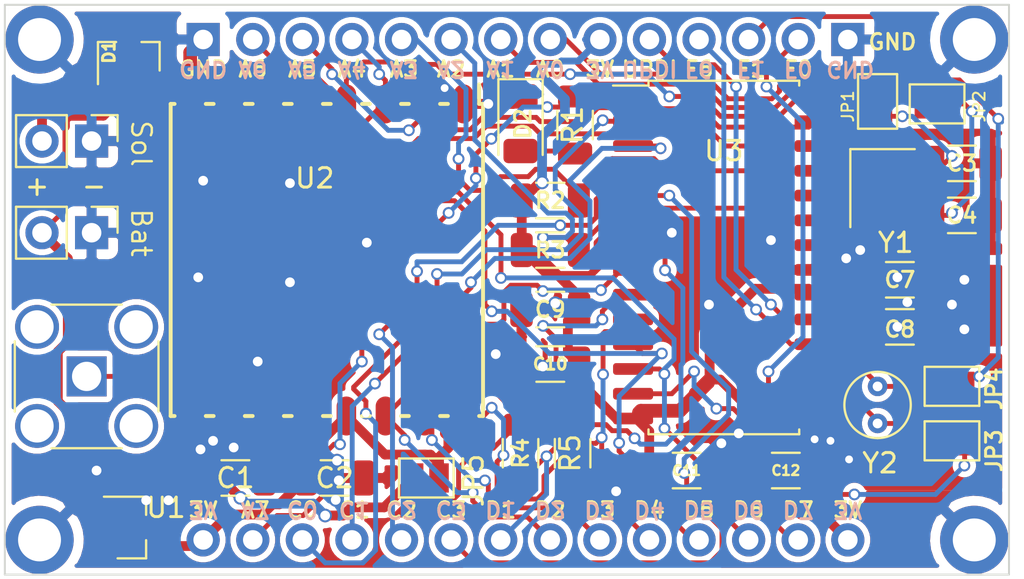
<source format=kicad_pcb>
(kicad_pcb (version 20171130) (host pcbnew 5.1.10-88a1d61d58~90~ubuntu20.04.1)
  (title_block (title "STM32 RFM95 proto board") (date 2017-04-02) (rev 0.3) (company http://v7f.eu))
  (layers (0 F.Cu signal) (31 B.Cu signal) (34 B.Paste user) (35 F.Paste user) (36 B.SilkS user) (37 F.SilkS user) (38 B.Mask user) (39 F.Mask user) (44 Edge.Cuts user))
  (net 0 "")
  (net 1 "Net-(U2-Pad7)")
  (net 2 "Net-(U2-Pad11)")
  (net 3 "Net-(U2-Pad12)")
  (net 4 GND)
  (net 5 VCC)
  (net 6 "Net-(J3-Pad1)")
  (net 7 /3V3)
  (net 8 /Solar)
  (net 9 /A0)
  (net 10 /A1)
  (net 11 /F0)
  (net 12 /F1)
  (net 13 "Net-(D2-Pad2)")
  (net 14 /A7)
  (net 15 /C0)
  (net 16 /C1)
  (net 17 /C2)
  (net 18 /C3)
  (net 19 /D1)
  (net 20 /D2)
  (net 21 /D3)
  (net 22 /D4)
  (net 23 /D5)
  (net 24 /D6)
  (net 25 /D7)
  (net 26 /A6)
  (net 27 /A5)
  (net 28 /A4)
  (net 29 /A3)
  (net 30 /A2)
  (net 31 /CA1)
  (net 32 /CA0)
  (net 33 /UPDI)
  (net 34 /F6)
  (net 35 /CF1)
  (net 36 /CF0)
  (module MountingHole:MountingHole_2.2mm_M2_ISO7380_Pad (layer F.Cu) (at 69.596 83.439)
    (fp_text reference REF** hide)
    (fp_text value MountingHole_2.2mm_M2_ISO7380_Pad)
    (pad 1 thru_hole circle (at 0 0) (size 3.5 3.5) (drill 2.2) (layers *.Cu *.Mask) (net 4 GND))
  )
  (module MountingHole:MountingHole_2.2mm_M2_ISO7380_Pad (layer F.Cu) (at 69.596 109.093)
    (fp_text reference REF** hide)
    (fp_text value MountingHole_2.2mm_M2_ISO7380_Pad)
    (pad 1 thru_hole circle (at 0 0) (size 3.5 3.5) (drill 2.2) (layers *.Cu *.Mask) (net 4 GND))
  )
  (module Connector_PinHeader_2.54mm:PinHeader_1x02_P2.54mm_Vertical (layer F.Cu) (at 72.263 93.345 270)
    (fp_text reference J1 hide)
    (fp_text value Batt)
    (pad 2 thru_hole oval (at 0 2.54 270) (size 1.7 1.7) (drill 1) (layers *.Cu *.Mask) (net 5 VCC))
    (pad 1 thru_hole rect (at 0 0 270) (size 1.7 1.7) (drill 1) (layers *.Cu *.Mask) (net 4 GND))
  )
  (module Connector_PinHeader_2.54mm:PinHeader_1x02_P2.54mm_Vertical (layer F.Cu) (at 72.263 88.646 270)
    (fp_text reference J2 hide)
    (fp_text value Solar)
    (pad 2 thru_hole oval (at 0 2.54 270) (size 1.7 1.7) (drill 1) (layers *.Cu *.Mask) (net 8 /Solar))
    (pad 1 thru_hole rect (at 0 0 270) (size 1.7 1.7) (drill 1) (layers *.Cu *.Mask) (net 4 GND))
  )
  (module Connector_Coaxial:SMA_Amphenol_132134_Vertical (layer F.Cu) (at 72.009 100.711)
    (fp_text reference J3 hide)
    (fp_text value SMA)
    (pad 2 thru_hole circle (at -2.54 2.54) (size 2.25 2.25) (drill 1.7) (layers *.Cu *.Mask))
    (pad 2 thru_hole circle (at -2.54 -2.54) (size 2.25 2.25) (drill 1.7) (layers *.Cu *.Mask))
    (pad 2 thru_hole circle (at 2.54 -2.54) (size 2.25 2.25) (drill 1.7) (layers *.Cu *.Mask))
    (pad 2 thru_hole circle (at 2.54 2.54) (size 2.25 2.25) (drill 1.7) (layers *.Cu *.Mask))
    (pad 1 thru_hole rect (at 0 0) (size 2.05 2.05) (drill 1.5) (layers *.Cu *.Mask) (net 6 "Net-(J3-Pad1)"))
  )
  (module Connector_PinHeader_2.54mm:PinHeader_1x14_P2.54mm_Vertical (layer B.Cu) (at 77.978 109.093 270)
    (fp_text reference J4 hide)
    (fp_text value CONN_01X14)
    (pad 1 thru_hole circle (at 0 0 270) (size 1.7 1.7) (drill 1) (layers *.Cu *.Mask) (net 7 /3V3))
    (pad 2 thru_hole oval (at 0 -2.54 270) (size 1.7 1.7) (drill 1) (layers *.Cu *.Mask) (net 14 /A7))
    (pad 3 thru_hole oval (at 0 -5.08 270) (size 1.7 1.7) (drill 1) (layers *.Cu *.Mask) (net 15 /C0))
    (pad 4 thru_hole oval (at 0 -7.62 270) (size 1.7 1.7) (drill 1) (layers *.Cu *.Mask) (net 16 /C1))
    (pad 5 thru_hole oval (at 0 -10.16 270) (size 1.7 1.7) (drill 1) (layers *.Cu *.Mask) (net 17 /C2))
    (pad 6 thru_hole oval (at 0 -12.7 270) (size 1.7 1.7) (drill 1) (layers *.Cu *.Mask) (net 18 /C3))
    (pad 7 thru_hole oval (at 0 -15.24 270) (size 1.7 1.7) (drill 1) (layers *.Cu *.Mask) (net 19 /D1))
    (pad 8 thru_hole oval (at 0 -17.78 270) (size 1.7 1.7) (drill 1) (layers *.Cu *.Mask) (net 20 /D2))
    (pad 9 thru_hole oval (at 0 -20.32 270) (size 1.7 1.7) (drill 1) (layers *.Cu *.Mask) (net 21 /D3))
    (pad 10 thru_hole oval (at 0 -22.86 270) (size 1.7 1.7) (drill 1) (layers *.Cu *.Mask) (net 22 /D4))
    (pad 11 thru_hole oval (at 0 -25.4 270) (size 1.7 1.7) (drill 1) (layers *.Cu *.Mask) (net 23 /D5))
    (pad 12 thru_hole oval (at 0 -27.94 270) (size 1.7 1.7) (drill 1) (layers *.Cu *.Mask) (net 24 /D6))
    (pad 13 thru_hole oval (at 0 -30.48 270) (size 1.7 1.7) (drill 1) (layers *.Cu *.Mask) (net 25 /D7))
    (pad 14 thru_hole oval (at 0 -33.02 270) (size 1.7 1.7) (drill 1) (layers *.Cu *.Mask) (net 7 /3V3))
  )
  (module Connector_PinHeader_2.54mm:PinHeader_1x14_P2.54mm_Vertical (layer B.Cu) (at 110.998 83.439 90)
    (fp_text reference J5 hide)
    (fp_text value CONN_01X14)
    (pad 14 thru_hole rect (at 0 -33.02 90) (size 1.7 1.7) (drill 1) (layers *.Cu *.Mask) (net 4 GND))
    (pad 13 thru_hole oval (at 0 -30.48 90) (size 1.7 1.7) (drill 1) (layers *.Cu *.Mask) (net 26 /A6))
    (pad 12 thru_hole oval (at 0 -27.94 90) (size 1.7 1.7) (drill 1) (layers *.Cu *.Mask) (net 27 /A5))
    (pad 11 thru_hole oval (at 0 -25.4 90) (size 1.7 1.7) (drill 1) (layers *.Cu *.Mask) (net 28 /A4))
    (pad 10 thru_hole oval (at 0 -22.86 90) (size 1.7 1.7) (drill 1) (layers *.Cu *.Mask) (net 29 /A3))
    (pad 9 thru_hole oval (at 0 -20.32 90) (size 1.7 1.7) (drill 1) (layers *.Cu *.Mask) (net 30 /A2))
    (pad 8 thru_hole oval (at 0 -17.78 90) (size 1.7 1.7) (drill 1) (layers *.Cu *.Mask) (net 31 /CA1))
    (pad 7 thru_hole oval (at 0 -15.24 90) (size 1.7 1.7) (drill 1) (layers *.Cu *.Mask) (net 32 /CA0))
    (pad 6 thru_hole oval (at 0 -12.7 90) (size 1.7 1.7) (drill 1) (layers *.Cu *.Mask) (net 7 /3V3))
    (pad 5 thru_hole oval (at 0 -10.16 90) (size 1.7 1.7) (drill 1) (layers *.Cu *.Mask) (net 33 /UPDI))
    (pad 4 thru_hole oval (at 0 -7.62 90) (size 1.7 1.7) (drill 1) (layers *.Cu *.Mask) (net 34 /F6))
    (pad 3 thru_hole oval (at 0 -5.08 90) (size 1.7 1.7) (drill 1) (layers *.Cu *.Mask) (net 35 /CF1))
    (pad 2 thru_hole oval (at 0 -2.54 90) (size 1.7 1.7) (drill 1) (layers *.Cu *.Mask) (net 36 /CF0))
    (pad 1 thru_hole rect (at 0 0 90) (size 1.7 1.7) (drill 1) (layers *.Cu *.Mask) (net 4 GND))
  )
  (module MountingHole:MountingHole_2.2mm_M2_ISO7380_Pad (layer F.Cu) (at 117.475 109.093)
    (fp_text reference REF** hide)
    (fp_text value MountingHole_2.2mm_M2_ISO7380_Pad)
    (pad 1 thru_hole circle (at 0 0) (size 3.5 3.5) (drill 2.2) (layers *.Cu *.Mask) (net 4 GND))
  )
  (module MountingHole:MountingHole_2.2mm_M2_ISO7380_Pad (layer F.Cu) (at 117.475 83.439)
    (fp_text reference REF** hide)
    (fp_text value MountingHole_2.2mm_M2_ISO7380_Pad)
    (pad 1 thru_hole circle (at 0 0) (size 3.5 3.5) (drill 2.2) (layers *.Cu *.Mask) (net 4 GND))
  )
  (module Capacitor_SMD:C_1206_3216Metric (layer F.Cu) (at 79.629 105.918)
    (fp_text reference C1 (at 0 0) (layer F.SilkS))
    (fp_text value 1uF)
    (pad 1 smd roundrect (at -1.475 0) (size 1.15 1.8) (layers F.Cu F.Paste F.Mask) (roundrect_rratio 0.217391) (net 5 VCC))
    (pad 2 smd roundrect (at 1.475 0) (size 1.15 1.8) (layers F.Cu F.Paste F.Mask) (roundrect_rratio 0.217391) (net 4 GND))
  )
  (module Capacitor_SMD:C_1206_3216Metric (layer F.Cu) (at 84.709 105.918)
    (fp_text reference C2 (at 0 0) (layer F.SilkS))
    (fp_text value 1uF)
    (pad 2 smd roundrect (at 1.475 0) (size 1.15 1.8) (layers F.Cu F.Paste F.Mask) (roundrect_rratio 0.217391) (net 4 GND))
    (pad 1 smd roundrect (at -1.475 0) (size 1.15 1.8) (layers F.Cu F.Paste F.Mask) (roundrect_rratio 0.217391) (net 7 /3V3))
  )
  (module Capacitor_SMD:C_1206_3216Metric (layer F.Cu) (at 116.84 89.789)
    (fp_text reference C3 (at 0 0) (layer F.SilkS) (effects (font (size 0.8 0.8))))
    (fp_text value 20pF)
    (pad 2 smd roundrect (at 1.475 0) (size 1.15 1.8) (layers F.Cu F.Paste F.Mask) (roundrect_rratio 0.217391) (net 4 GND))
    (pad 1 smd roundrect (at -1.475 0) (size 1.15 1.8) (layers F.Cu F.Paste F.Mask) (roundrect_rratio 0.217391) (net 10 /A1))
  )
  (module Capacitor_SMD:C_1206_3216Metric (layer F.Cu) (at 116.84 92.456)
    (fp_text reference C4 (at 0 0) (layer F.SilkS) (effects (font (size 0.8 0.8))))
    (fp_text value 20pF)
    (pad 2 smd roundrect (at 1.475 0) (size 1.15 1.8) (layers F.Cu F.Paste F.Mask) (roundrect_rratio 0.217391) (net 4 GND))
    (pad 1 smd roundrect (at -1.475 0) (size 1.15 1.8) (layers F.Cu F.Paste F.Mask) (roundrect_rratio 0.217391) (net 9 /A0))
  )
  (module Capacitor_SMD:C_1206_3216Metric (layer F.Cu) (at 113.665 95.758 180)
    (fp_text reference C7 (at 0 0) (layer F.SilkS) (effects (font (size 0.8 0.8))))
    (fp_text value 100nF)
    (pad 1 smd roundrect (at -1.475 0 180) (size 1.15 1.8) (layers F.Cu F.Paste F.Mask) (roundrect_rratio 0.217391) (net 4 GND))
    (pad 2 smd roundrect (at 1.475 0 180) (size 1.15 1.8) (layers F.Cu F.Paste F.Mask) (roundrect_rratio 0.217391) (net 7 /3V3))
  )
  (module Capacitor_SMD:C_1206_3216Metric (layer F.Cu) (at 113.665 98.171 180)
    (fp_text reference C8 (at 0 -0.127) (layer F.SilkS) (effects (font (size 0.8 0.8))))
    (fp_text value 1uF)
    (pad 1 smd roundrect (at -1.475 0 180) (size 1.15 1.8) (layers F.Cu F.Paste F.Mask) (roundrect_rratio 0.217391) (net 4 GND))
    (pad 2 smd roundrect (at 1.475 0 180) (size 1.15 1.8) (layers F.Cu F.Paste F.Mask) (roundrect_rratio 0.217391) (net 7 /3V3))
  )
  (module Capacitor_SMD:C_1206_3216Metric (layer F.Cu) (at 95.758 97.282)
    (fp_text reference C9 (at 0 0) (layer F.SilkS) (effects (font (size 0.8 0.8))))
    (fp_text value 100nF)
    (pad 1 smd roundrect (at -1.475 0) (size 1.15 1.8) (layers F.Cu F.Paste F.Mask) (roundrect_rratio 0.217391) (net 4 GND))
    (pad 2 smd roundrect (at 1.475 0) (size 1.15 1.8) (layers F.Cu F.Paste F.Mask) (roundrect_rratio 0.217391) (net 7 /3V3))
  )
  (module Capacitor_SMD:C_1206_3216Metric (layer F.Cu) (at 95.758 100.076)
    (fp_text reference C10 (at 0 0) (layer F.SilkS) (effects (font (size 0.6 0.6))))
    (fp_text value 1uF)
    (pad 2 smd roundrect (at 1.475 0) (size 1.15 1.8) (layers F.Cu F.Paste F.Mask) (roundrect_rratio 0.217391) (net 7 /3V3))
    (pad 1 smd roundrect (at -1.475 0) (size 1.15 1.8) (layers F.Cu F.Paste F.Mask) (roundrect_rratio 0.217391) (net 4 GND))
  )
  (module Capacitor_SMD:C_1206_3216Metric (layer F.Cu) (at 102.743 105.537 180)
    (fp_text reference C11 (at 0 0) (layer F.SilkS) (effects (font (size 0.5 0.5) (thickness 0.125))))
    (fp_text value 100nF)
    (pad 2 smd roundrect (at 1.475 0 180) (size 1.15 1.8) (layers F.Cu F.Paste F.Mask) (roundrect_rratio 0.217391) (net 7 /3V3))
    (pad 1 smd roundrect (at -1.475 0 180) (size 1.15 1.8) (layers F.Cu F.Paste F.Mask) (roundrect_rratio 0.217391) (net 4 GND))
  )
  (module Capacitor_SMD:C_1206_3216Metric (layer F.Cu) (at 107.823 105.537 180)
    (fp_text reference C12 (at 0 0) (layer F.SilkS) (effects (font (size 0.5 0.5) (thickness 0.125))))
    (fp_text value 1uF)
    (pad 1 smd roundrect (at -1.475 0 180) (size 1.15 1.8) (layers F.Cu F.Paste F.Mask) (roundrect_rratio 0.217391) (net 4 GND))
    (pad 2 smd roundrect (at 1.475 0 180) (size 1.15 1.8) (layers F.Cu F.Paste F.Mask) (roundrect_rratio 0.217391) (net 7 /3V3))
  )
  (module Diode_SMD:D_SOT-23_ANK (layer F.Cu) (at 74.168 84.328 90)
    (fp_text reference D1 (at 0.254 -1.016 90) (layer F.SilkS) (effects (font (size 0.6 0.6))))
    (fp_text value BAT54S)
    (pad 2 smd rect (at -1 -0.95 90) (size 0.9 0.8) (layers F.Cu F.Paste F.Mask) (net 8 /Solar))
    (pad "" smd rect (at -1 0.95 90) (size 0.9 0.8) (layers F.Cu F.Paste F.Mask))
    (pad 1 smd rect (at 1 0 90) (size 0.9 0.8) (layers F.Cu F.Paste F.Mask) (net 5 VCC))
  )
  (module LED_SMD:LED_1206_3216Metric (layer F.Cu) (at 94.234 87.757 270)
    (fp_text reference D2 (at 0 -0.127 90) (layer F.SilkS) (effects (font (size 0.8 0.8))))
    (fp_text value LED)
    (pad 1 smd roundrect (at -1.4 0 270) (size 1.25 1.75) (layers F.Cu F.Paste F.Mask) (roundrect_rratio 0.2) (net 4 GND))
    (pad 2 smd roundrect (at 1.4 0 270) (size 1.25 1.75) (layers F.Cu F.Paste F.Mask) (roundrect_rratio 0.2) (net 13 "Net-(D2-Pad2)"))
  )
  (module Jumper:SolderJumper-2_P1.3mm_Open_Pad1.0x1.5mm (layer F.Cu) (at 112.522 86.614 90)
    (fp_text reference JP1 (at -0.254 -1.524 90) (layer F.SilkS) (effects (font (size 0.6 0.6) (thickness 0.1))))
    (fp_text value SolderJumper_2_Open)
    (pad 2 smd rect (at 0.65 0 90) (size 1 1.5) (layers F.Cu F.Mask) (net 31 /CA1))
    (pad 1 smd rect (at -0.65 0 90) (size 1 1.5) (layers F.Cu F.Mask) (net 10 /A1))
  )
  (module Jumper:SolderJumper-2_P1.3mm_Open_Pad1.0x1.5mm (layer F.Cu) (at 115.57 86.741 180)
    (fp_text reference JP2 (at -2.159 -0.127 270) (layer F.SilkS) (effects (font (size 0.6 0.6) (thickness 0.1))))
    (fp_text value SolderJumper_2_Open)
    (pad 1 smd rect (at -0.65 0 180) (size 1 1.5) (layers F.Cu F.Mask) (net 9 /A0))
    (pad 2 smd rect (at 0.65 0 180) (size 1 1.5) (layers F.Cu F.Mask) (net 32 /CA0))
  )
  (module Jumper:SolderJumper-2_P1.3mm_Open_Pad1.0x1.5mm (layer F.Cu) (at 116.332 104.013)
    (fp_text reference JP3 (at 2.159 0.508 -90) (layer F.SilkS) (effects (font (size 0.8 0.8))))
    (fp_text value SolderJumper_2_Open)
    (pad 2 smd rect (at 0.65 0) (size 1 1.5) (layers F.Cu F.Mask) (net 36 /CF0))
    (pad 1 smd rect (at -0.65 0) (size 1 1.5) (layers F.Cu F.Mask) (net 11 /F0))
  )
  (module Jumper:SolderJumper-2_P1.3mm_Open_Pad1.0x1.5mm (layer F.Cu) (at 116.332 101.219)
    (fp_text reference JP4 (at 2.159 0.127 -90) (layer F.SilkS) (effects (font (size 0.8 0.8))))
    (fp_text value SolderJumper_2_Open)
    (pad 1 smd rect (at -0.65 0) (size 1 1.5) (layers F.Cu F.Mask) (net 12 /F1))
    (pad 2 smd rect (at 0.65 0) (size 1 1.5) (layers F.Cu F.Mask) (net 35 /CF1))
  )
  (module Jumper:SolderJumper-2_P1.3mm_Open_Pad1.0x1.5mm (layer F.Cu) (at 89.408 105.918)
    (fp_text reference JP5 (at 2.413 0.127 90) (layer F.SilkS))
    (fp_text value "Close when no MCP1700")
    (pad 2 smd rect (at 0.65 0) (size 1 1.5) (layers F.Cu F.Mask) (net 7 /3V3))
    (pad 1 smd rect (at -0.65 0) (size 1 1.5) (layers F.Cu F.Mask) (net 5 VCC))
  )
  (module Resistor_SMD:R_1206_3216Metric (layer F.Cu) (at 97.028 87.8225 270)
    (fp_text reference R1 (at 0 0.127 90) (layer F.SilkS))
    (fp_text value 100R)
    (pad 1 smd roundrect (at -1.4625 0 270) (size 1.125 1.75) (layers F.Cu F.Paste F.Mask) (roundrect_rratio 0.222222) (net 14 /A7))
    (pad 2 smd roundrect (at 1.4625 0 270) (size 1.125 1.75) (layers F.Cu F.Paste F.Mask) (roundrect_rratio 0.222222) (net 13 "Net-(D2-Pad2)"))
  )
  (module Resistor_SMD:R_1206_3216Metric (layer F.Cu) (at 95.758 91.694)
    (fp_text reference R2 (at 0 0) (layer F.SilkS) (effects (font (size 0.8 0.8))))
    (fp_text value 4K7)
    (pad 1 smd roundrect (at -1.4625 0) (size 1.125 1.75) (layers F.Cu F.Paste F.Mask) (roundrect_rratio 0.222222) (net 7 /3V3))
    (pad 2 smd roundrect (at 1.4625 0) (size 1.125 1.75) (layers F.Cu F.Paste F.Mask) (roundrect_rratio 0.222222) (net 29 /A3))
  )
  (module Resistor_SMD:R_1206_3216Metric (layer F.Cu) (at 95.758 94.234)
    (fp_text reference R3 (at 0 0) (layer F.SilkS) (effects (font (size 0.8 0.8))))
    (fp_text value 4K7)
    (pad 1 smd roundrect (at -1.4625 0) (size 1.125 1.75) (layers F.Cu F.Paste F.Mask) (roundrect_rratio 0.222222) (net 7 /3V3))
    (pad 2 smd roundrect (at 1.4625 0) (size 1.125 1.75) (layers F.Cu F.Paste F.Mask) (roundrect_rratio 0.222222) (net 30 /A2))
  )
  (module Resistor_SMD:R_1206_3216Metric (layer F.Cu) (at 94.234 104.648 270)
    (fp_text reference R4 (at 0 0 90) (layer F.SilkS) (effects (font (size 0.8 0.8))))
    (fp_text value 1M)
    (pad 2 smd roundrect (at 1.4625 0 270) (size 1.125 1.75) (layers F.Cu F.Paste F.Mask) (roundrect_rratio 0.222222) (net 19 /D1))
    (pad 1 smd roundrect (at -1.4625 0 270) (size 1.125 1.75) (layers F.Cu F.Paste F.Mask) (roundrect_rratio 0.222222) (net 5 VCC))
  )
  (module Resistor_SMD:R_1206_3216Metric (layer F.Cu) (at 96.901 104.648 270)
    (fp_text reference R5 (at 0 0.127 90) (layer F.SilkS))
    (fp_text value 1M)
    (pad 2 smd roundrect (at 1.4625 0 270) (size 1.125 1.75) (layers F.Cu F.Paste F.Mask) (roundrect_rratio 0.222222) (net 4 GND))
    (pad 1 smd roundrect (at -1.4625 0 270) (size 1.125 1.75) (layers F.Cu F.Paste F.Mask) (roundrect_rratio 0.222222) (net 19 /D1))
  )
  (module Package_TO_SOT_SMD:SOT-23 (layer F.Cu) (at 74.295 108.458)
    (fp_text reference U1 (at 1.778 -1.016) (layer F.SilkS))
    (fp_text value MCP1700-3302E_SOT23)
    (pad 1 smd rect (at -1 -0.95) (size 0.9 0.8) (layers F.Cu F.Paste F.Mask) (net 4 GND))
    (pad 2 smd rect (at -1 0.95) (size 0.9 0.8) (layers F.Cu F.Paste F.Mask) (net 7 /3V3))
    (pad 3 smd rect (at 1 0) (size 0.9 0.8) (layers F.Cu F.Paste F.Mask) (net 5 VCC))
  )
  (module RFM:RFM95 (layer F.Cu) (at 91.313 86.741 270)
    (fp_text reference U2 (at 3.81 7.62 180) (layer F.SilkS))
    (fp_text value RFM95HW)
    (pad 1 smd oval (at 0 0 270) (size 2 1) (layers F.Cu F.Paste F.Mask) (net 4 GND))
    (pad 2 smd oval (at 0 2 270) (size 2 1) (layers F.Cu F.Paste F.Mask) (net 27 /A5))
    (pad 3 smd oval (at 0 4 270) (size 2 1) (layers F.Cu F.Paste F.Mask) (net 28 /A4))
    (pad 4 smd oval (at 0 6 270) (size 2 1) (layers F.Cu F.Paste F.Mask) (net 26 /A6))
    (pad 5 smd oval (at 0 8 270) (size 2 1) (layers F.Cu F.Paste F.Mask) (net 24 /D6))
    (pad 6 smd oval (at 0 10 270) (size 2 1) (layers F.Cu F.Paste F.Mask) (net 23 /D5))
    (pad 7 smd oval (at 0 12 270) (size 2 1) (layers F.Cu F.Paste F.Mask) (net 1 "Net-(U2-Pad7)"))
    (pad 8 smd oval (at 0 14 270) (size 2 1) (layers F.Cu F.Paste F.Mask) (net 4 GND))
    (pad 9 smd oval (at 16 14 270) (size 2 1) (layers F.Cu F.Paste F.Mask) (net 6 "Net-(J3-Pad1)"))
    (pad 10 smd oval (at 16 12 270) (size 2 1) (layers F.Cu F.Paste F.Mask) (net 4 GND))
    (pad 11 smd oval (at 16 10 270) (size 2 1) (layers F.Cu F.Paste F.Mask) (net 2 "Net-(U2-Pad11)"))
    (pad 12 smd oval (at 16 8 270) (size 2 1) (layers F.Cu F.Paste F.Mask) (net 3 "Net-(U2-Pad12)"))
    (pad 13 smd oval (at 16 6 270) (size 2 1) (layers F.Cu F.Paste F.Mask) (net 7 /3V3))
    (pad 14 smd oval (at 16 4 270) (size 2 1) (layers F.Cu F.Paste F.Mask) (net 20 /D2))
    (pad 15 smd oval (at 16 2 270) (size 2 1) (layers F.Cu F.Paste F.Mask) (net 21 /D3))
    (pad 16 smd oval (at 16 0 270) (size 2 1) (layers F.Cu F.Paste F.Mask) (net 22 /D4))
  )
  (module Package_SO:SOIC-28W_7.5x17.9mm_P1.27mm (layer F.Cu) (at 104.648 94.615)
    (fp_text reference U3 (at 0 -5.461) (layer F.SilkS))
    (fp_text value AVR128DB28)
    (pad 1 smd roundrect (at -4.65 -8.255) (size 2.05 0.6) (layers F.Cu F.Paste F.Mask) (net 14 /A7))
    (pad 2 smd roundrect (at -4.65 -6.985) (size 2.05 0.6) (layers F.Cu F.Paste F.Mask) (net 15 /C0))
    (pad 3 smd roundrect (at -4.65 -5.715) (size 2.05 0.6) (layers F.Cu F.Paste F.Mask) (net 16 /C1))
    (pad 4 smd roundrect (at -4.65 -4.445) (size 2.05 0.6) (layers F.Cu F.Paste F.Mask) (net 17 /C2))
    (pad 5 smd roundrect (at -4.65 -3.175) (size 2.05 0.6) (layers F.Cu F.Paste F.Mask) (net 18 /C3))
    (pad 6 smd roundrect (at -4.65 -1.905) (size 2.05 0.6) (layers F.Cu F.Paste F.Mask) (net 7 /3V3))
    (pad 7 smd roundrect (at -4.65 -0.635) (size 2.05 0.6) (layers F.Cu F.Paste F.Mask) (net 19 /D1))
    (pad 8 smd roundrect (at -4.65 0.635) (size 2.05 0.6) (layers F.Cu F.Paste F.Mask) (net 20 /D2))
    (pad 9 smd roundrect (at -4.65 1.905) (size 2.05 0.6) (layers F.Cu F.Paste F.Mask) (net 21 /D3))
    (pad 10 smd roundrect (at -4.65 3.175) (size 2.05 0.6) (layers F.Cu F.Paste F.Mask) (net 22 /D4))
    (pad 11 smd roundrect (at -4.65 4.445) (size 2.05 0.6) (layers F.Cu F.Paste F.Mask) (net 23 /D5))
    (pad 12 smd roundrect (at -4.65 5.715) (size 2.05 0.6) (layers F.Cu F.Paste F.Mask) (net 24 /D6))
    (pad 13 smd roundrect (at -4.65 6.985) (size 2.05 0.6) (layers F.Cu F.Paste F.Mask) (net 25 /D7))
    (pad 14 smd roundrect (at -4.65 8.255) (size 2.05 0.6) (layers F.Cu F.Paste F.Mask) (net 7 /3V3))
    (pad 15 smd roundrect (at 4.65 8.255) (size 2.05 0.6) (layers F.Cu F.Paste F.Mask) (net 4 GND))
    (pad 16 smd roundrect (at 4.65 6.985) (size 2.05 0.6) (layers F.Cu F.Paste F.Mask) (net 11 /F0))
    (pad 17 smd roundrect (at 4.65 5.715) (size 2.05 0.6) (layers F.Cu F.Paste F.Mask) (net 12 /F1))
    (pad 18 smd roundrect (at 4.65 4.445) (size 2.05 0.6) (layers F.Cu F.Paste F.Mask) (net 34 /F6))
    (pad 19 smd roundrect (at 4.65 3.175) (size 2.05 0.6) (layers F.Cu F.Paste F.Mask) (net 33 /UPDI))
    (pad 20 smd roundrect (at 4.65 1.905) (size 2.05 0.6) (layers F.Cu F.Paste F.Mask) (net 7 /3V3))
    (pad 21 smd roundrect (at 4.65 0.635) (size 2.05 0.6) (layers F.Cu F.Paste F.Mask) (net 4 GND))
    (pad 22 smd roundrect (at 4.65 -0.635) (size 2.05 0.6) (layers F.Cu F.Paste F.Mask) (net 9 /A0))
    (pad 23 smd roundrect (at 4.65 -1.905) (size 2.05 0.6) (layers F.Cu F.Paste F.Mask) (net 10 /A1))
    (pad 24 smd roundrect (at 4.65 -3.175) (size 2.05 0.6) (layers F.Cu F.Paste F.Mask) (net 30 /A2))
    (pad 25 smd roundrect (at 4.65 -4.445) (size 2.05 0.6) (layers F.Cu F.Paste F.Mask) (net 29 /A3))
    (pad 26 smd roundrect (at 4.65 -5.715) (size 2.05 0.6) (layers F.Cu F.Paste F.Mask) (net 28 /A4))
    (pad 27 smd roundrect (at 4.65 -6.985) (size 2.05 0.6) (layers F.Cu F.Paste F.Mask) (net 27 /A5))
    (pad 28 smd roundrect (at 4.65 -8.255) (size 2.05 0.6) (layers F.Cu F.Paste F.Mask) (net 26 /A6))
  )
  (module Crystal:Crystal_Round_D3.0mm_Vertical (layer F.Cu) (at 112.522 103.124 90)
    (fp_text reference Y2 (at -2.032 0.127 180) (layer F.SilkS))
    (fp_text value 32768Hz)
    (pad 1 thru_hole circle (at 0 0 90) (size 1 1) (drill 0.5) (layers *.Cu *.Mask) (net 11 /F0))
    (pad 2 thru_hole circle (at 1.9 0 90) (size 1 1) (drill 0.5) (layers *.Cu *.Mask) (net 12 /F1))
  )
  (module Crystal:Crystal_SMD_Abracon_ABM8G-4Pin_3.2x2.5mm (layer F.Cu) (at 112.776 91.059 270)
    (fp_text reference Y1 (at 2.794 -0.674 180) (layer F.SilkS))
    (fp_text value 24MHz)
    (pad 1 smd rect (at -1.1 0.85 270) (size 1.4 1.2) (layers F.Cu F.Paste F.Mask) (net 10 /A1))
    (pad 2 smd rect (at 1.1 0.85 270) (size 1.4 1.2) (layers F.Cu F.Paste F.Mask) (net 4 GND))
    (pad 3 smd rect (at 1.1 -0.85 270) (size 1.4 1.2) (layers F.Cu F.Paste F.Mask) (net 9 /A0))
    (pad 4 smd rect (at -1.1 -0.85 270) (size 1.4 1.2) (layers F.Cu F.Paste F.Mask) (net 4 GND))
  )
  (gr_text D6 (at 105.918 107.569 180) (layer B.SilkS) (effects (font (size 0.8 0.8)) (justify mirror)))
  (gr_text D4 (at 100.838 107.569 180) (layer B.SilkS) (effects (font (size 0.8 0.8)) (justify mirror)))
  (gr_text D7 (at 108.458 107.569 180) (layer B.SilkS) (effects (font (size 0.8 0.8)) (justify mirror)))
  (gr_text D5 (at 103.378 107.569 180) (layer B.SilkS) (effects (font (size 0.8 0.8)) (justify mirror)))
  (gr_text C1 (at 85.725 107.569 180) (layer B.SilkS) (effects (font (size 0.8 0.8)) (justify mirror)))
  (gr_text A7 (at 80.645 107.569 180) (layer B.SilkS) (effects (font (size 0.8 0.8)) (justify mirror)))
  (gr_text C0 (at 83.058 107.569 180) (layer B.SilkS) (effects (font (size 0.8 0.8)) (justify mirror)))
  (gr_text D3 (at 98.298 107.569 180) (layer B.SilkS) (effects (font (size 0.8 0.8)) (justify mirror)))
  (gr_text D1 (at 93.218 107.569 180) (layer B.SilkS) (effects (font (size 0.8 0.8)) (justify mirror)))
  (gr_text C2 (at 88.138 107.569 180) (layer B.SilkS) (effects (font (size 0.8 0.8)) (justify mirror)))
  (gr_text D2 (at 95.758 107.569 180) (layer B.SilkS) (effects (font (size 0.8 0.8)) (justify mirror)))
  (gr_text 3V (at 77.978 107.569 180) (layer B.SilkS) (effects (font (size 0.8 0.8)) (justify mirror)))
  (gr_text C3 (at 90.678 107.569 180) (layer B.SilkS) (effects (font (size 0.8 0.8)) (justify mirror)))
  (gr_text 3V (at 110.998 107.569 180) (layer B.SilkS) (effects (font (size 0.8 0.8)) (justify mirror)))
  (gr_text 3V (at 110.998 107.569) (layer F.SilkS) (effects (font (size 0.8 0.8))))
  (gr_text D7 (at 108.458 107.569) (layer F.SilkS) (effects (font (size 0.8 0.8))))
  (gr_text D6 (at 105.918 107.569) (layer F.SilkS) (effects (font (size 0.8 0.8))))
  (gr_text D5 (at 103.378 107.569) (layer F.SilkS) (effects (font (size 0.8 0.8))))
  (gr_text D4 (at 100.838 107.569) (layer F.SilkS) (effects (font (size 0.8 0.8))))
  (gr_text D3 (at 98.298 107.569) (layer F.SilkS) (effects (font (size 0.8 0.8))))
  (gr_text D2 (at 95.758 107.569) (layer F.SilkS) (effects (font (size 0.8 0.8))))
  (gr_text D1 (at 93.218 107.569) (layer F.SilkS) (effects (font (size 0.8 0.8))))
  (gr_text C3 (at 90.678 107.569) (layer F.SilkS) (effects (font (size 0.8 0.8))))
  (gr_text C2 (at 88.138 107.569) (layer F.SilkS) (effects (font (size 0.8 0.8))))
  (gr_text C1 (at 85.725 107.569) (layer F.SilkS) (effects (font (size 0.8 0.8))))
  (gr_text C0 (at 83.058 107.569) (layer F.SilkS) (effects (font (size 0.8 0.8))))
  (gr_text A7 (at 80.645 107.569) (layer F.SilkS) (effects (font (size 0.8 0.8))))
  (gr_text 3V (at 77.978 107.569) (layer F.SilkS) (effects (font (size 0.8 0.8))))
  (gr_text A5 (at 83.058 84.963 180) (layer B.SilkS) (effects (font (size 0.8 0.8)) (justify mirror)))
  (gr_text F1 (at 106.045 84.963 180) (layer B.SilkS) (effects (font (size 0.8 0.8)) (justify mirror)))
  (gr_text UPDI (at 100.838 84.963 180) (layer B.SilkS) (effects (font (size 0.8 0.8)) (justify mirror)))
  (gr_text GND (at 77.978 84.963 180) (layer B.SilkS) (effects (font (size 0.8 0.8)) (justify mirror)))
  (gr_text A6 (at 80.518 84.963 180) (layer B.SilkS) (effects (font (size 0.8 0.8)) (justify mirror)))
  (gr_text GND (at 111.125 84.963 180) (layer B.SilkS) (effects (font (size 0.8 0.8)) (justify mirror)))
  (gr_text F0 (at 108.458 84.963 180) (layer B.SilkS) (effects (font (size 0.8 0.8)) (justify mirror)))
  (gr_text A2 (at 90.678 84.963 180) (layer B.SilkS) (effects (font (size 0.8 0.8)) (justify mirror)))
  (gr_text A1 (at 93.218 84.963 180) (layer B.SilkS) (effects (font (size 0.8 0.8)) (justify mirror)))
  (gr_text A0 (at 95.758 84.963 180) (layer B.SilkS) (effects (font (size 0.8 0.8)) (justify mirror)))
  (gr_text F6 (at 103.378 84.963 180) (layer B.SilkS) (effects (font (size 0.8 0.8)) (justify mirror)))
  (gr_text A3 (at 88.265 84.963 180) (layer B.SilkS) (effects (font (size 0.8 0.8)) (justify mirror)))
  (gr_text 3V (at 98.298 84.963 180) (layer B.SilkS) (effects (font (size 0.8 0.8)) (justify mirror)))
  (gr_text A4 (at 85.598 84.963 180) (layer B.SilkS) (effects (font (size 0.8 0.8)) (justify mirror)))
  (gr_text GND (at 113.284 83.566) (layer F.SilkS) (effects (font (size 0.8 0.8))))
  (gr_text F0 (at 108.458 84.963) (layer F.SilkS) (effects (font (size 0.8 0.8))))
  (gr_text F1 (at 106.045 84.963) (layer F.SilkS) (effects (font (size 0.8 0.8))))
  (gr_text F6 (at 103.378 84.963) (layer F.SilkS) (effects (font (size 0.8 0.8))))
  (gr_text UPDI (at 100.838 84.963) (layer F.SilkS) (effects (font (size 0.8 0.8))))
  (gr_text 3V (at 98.298 84.963) (layer F.SilkS) (effects (font (size 0.8 0.8))))
  (gr_text A0 (at 95.758 84.963) (layer F.SilkS) (effects (font (size 0.8 0.8))))
  (gr_text A1 (at 93.218 84.963) (layer F.SilkS) (effects (font (size 0.8 0.8))))
  (gr_text A2 (at 90.678 84.963) (layer F.SilkS) (effects (font (size 0.8 0.8))))
  (gr_text A3 (at 88.265 84.963) (layer F.SilkS) (effects (font (size 0.8 0.8))))
  (gr_text A4 (at 85.598 84.963) (layer F.SilkS) (effects (font (size 0.8 0.8))))
  (gr_text A5 (at 83.058 84.963) (layer F.SilkS) (effects (font (size 0.8 0.8))))
  (gr_text A6 (at 80.518 84.963) (layer F.SilkS) (effects (font (size 0.8 0.8))))
  (gr_text GND (at 77.978 84.963) (layer F.SilkS) (effects (font (size 0.8 0.8))))
  (gr_line (start 67.818 81.661) (end 119.253 81.661) (layer Edge.Cuts) (width 0.1))
  (gr_line (start 67.818 110.871) (end 67.818 81.661) (layer Edge.Cuts) (width 0.1))
  (gr_line (start 119.253 110.871) (end 67.818 110.871) (layer Edge.Cuts) (width 0.1))
  (gr_line (start 119.253 81.661) (end 119.253 110.871) (layer Edge.Cuts) (width 0.1))
  (gr_text Sol (at 74.803 88.773 270) (layer F.SilkS) (effects (font (size 1 1) (thickness 0.125))))
  (gr_text + (at 69.469 90.932) (layer F.SilkS) (effects (font (size 1 1))))
  (gr_text - (at 72.39 90.932) (layer F.SilkS) (effects (font (size 1 1))))
  (gr_text Bat (at 74.803 93.345 270) (layer F.SilkS) (effects (font (size 1 1) (thickness 0.125))))
  (segment (start 77.313 84.104) (end 77.978 83.439) (width 0.7) (layer F.Cu) (net 4))
  (segment (start 77.313 86.741) (end 77.313 84.104) (width 0.7) (layer F.Cu) (net 4))
  (segment (start 109.298 102.87) (end 109.298 103.935) (width 0.7) (layer F.Cu) (net 4))
  (segment (start 116.254 96.95) (end 116.332 97.028) (width 0.7) (layer F.Cu) (net 4))
  (via (at 116.332 97.028) (size 0.7) (drill 0.5) (layers F.Cu B.Cu) (net 4))
  (segment (start 115.14 95.758) (end 115.14 96.95) (width 0.7) (layer F.Cu) (net 4))
  (segment (start 115.14 96.95) (end 116.254 96.95) (width 0.7) (layer F.Cu) (net 4))
  (segment (start 115.14 96.95) (end 115.14 98.171) (width 0.7) (layer F.Cu) (net 4))
  (via (at 114.046 96.901) (size 0.7) (drill 0.5) (layers F.Cu B.Cu) (net 4))
  (segment (start 114.095 96.95) (end 114.046 96.901) (width 0.7) (layer F.Cu) (net 4))
  (segment (start 115.14 96.95) (end 114.095 96.95) (width 0.7) (layer F.Cu) (net 4))
  (segment (start 110.323 95.25) (end 110.9145 94.6585) (width 0.5) (layer F.Cu) (net 4))
  (segment (start 109.298 95.25) (end 110.323 95.25) (width 0.7) (layer F.Cu) (net 4))
  (segment (start 110.9145 94.6585) (end 110.998 94.575) (width 0.7) (layer F.Cu) (net 4))
  (via (at 110.9145 94.6585) (size 0.7) (drill 0.5) (layers F.Cu B.Cu) (net 4))
  (segment (start 109.298 102.87) (end 109.298 103.202) (width 0.7) (layer F.Cu) (net 4))
  (segment (start 109.298 103.202) (end 110.109 104.013) (width 0.7) (layer F.Cu) (net 4))
  (segment (start 109.298 103.935) (end 109.298 105.537) (width 0.7) (layer F.Cu) (net 4))
  (via (at 109.298 103.935) (size 0.6) (drill 0.4) (layers F.Cu B.Cu) (net 4))
  (segment (start 110.109 104.013) (end 111.0615 104.9655) (width 0.7) (layer F.Cu) (net 4))
  (via (at 110.109 104.013) (size 0.6) (drill 0.4) (layers F.Cu B.Cu) (net 4))
  (segment (start 111.0615 104.9655) (end 111.252 105.156) (width 0.7) (layer F.Cu) (net 4))
  (via (at 111.0615 104.9655) (size 0.6) (drill 0.4) (layers F.Cu B.Cu) (net 4))
  (via (at 111.633 94.234) (size 0.7) (drill 0.5) (layers F.Cu B.Cu) (net 4))
  (segment (start 93.85 86.741) (end 94.234 86.357) (width 0.5) (layer F.Cu) (net 4))
  (via (at 92.583 86.741) (size 0.7) (drill 0.5) (layers F.Cu B.Cu) (net 4))
  (segment (start 91.313 86.741) (end 92.583 86.741) (width 0.5) (layer F.Cu) (net 4))
  (segment (start 92.583 86.741) (end 93.85 86.741) (width 0.5) (layer F.Cu) (net 4))
  (via (at 78.486 104.013) (size 0.7) (drill 0.5) (layers F.Cu B.Cu) (net 4))
  (segment (start 79.313 103.186) (end 78.486 104.013) (width 0.5) (layer F.Cu) (net 4))
  (segment (start 94.283 97.282) (end 94.283 100.076) (width 0.5) (layer F.Cu) (net 4))
  (via (at 99.128985 106.600813) (size 0.7) (drill 0.5) (layers F.Cu B.Cu) (net 4))
  (segment (start 98.638672 106.1105) (end 99.128985 106.600813) (width 0.7) (layer F.Cu) (net 4))
  (segment (start 96.901 106.1105) (end 98.638672 106.1105) (width 0.7) (layer F.Cu) (net 4))
  (segment (start 79.313 102.741) (end 79.359726 102.787726) (width 0.5) (layer F.Cu) (net 4))
  (segment (start 81.91052 106.04052) (end 84.92299 106.04052) (width 0.5) (layer B.Cu) (net 4))
  (segment (start 86.184 105.918) (end 85.04551 105.918) (width 0.5) (layer F.Cu) (net 4))
  (via (at 84.92299 106.04052) (size 0.7) (drill 0.5) (layers F.Cu B.Cu) (net 4))
  (via (at 84.836 105.029) (size 0.7) (drill 0.5) (layers F.Cu B.Cu) (net 4))
  (segment (start 84.92299 105.11599) (end 84.836 105.029) (width 0.5) (layer F.Cu) (net 4))
  (segment (start 84.92299 106.04052) (end 84.92299 105.11599) (width 0.5) (layer F.Cu) (net 4))
  (segment (start 84.92299 106.04052) (end 85.04551 105.918) (width 0.5) (layer F.Cu) (net 4))
  (via (at 84.766841 107.041049) (size 0.7) (drill 0.5) (layers F.Cu B.Cu) (net 4))
  (segment (start 84.92299 106.8849) (end 84.766841 107.041049) (width 0.5) (layer F.Cu) (net 4))
  (segment (start 84.92299 106.04052) (end 84.92299 106.8849) (width 0.5) (layer F.Cu) (net 4))
  (via (at 96.012 96.961346) (size 0.7) (drill 0.5) (layers F.Cu B.Cu) (net 4))
  (segment (start 94.283 97.282) (end 95.691346 97.282) (width 0.5) (layer F.Cu) (net 4))
  (segment (start 95.691346 97.282) (end 96.012 96.961346) (width 0.5) (layer F.Cu) (net 4))
  (segment (start 92.583 86.741) (end 90.97974 86.741) (width 0.25) (layer F.Cu) (net 4))
  (via (at 77.842203 104.453607) (size 0.7) (drill 0.5) (layers F.Cu B.Cu) (net 4))
  (segment (start 78.486 104.013) (end 78.045393 104.453607) (width 0.5) (layer F.Cu) (net 4))
  (segment (start 78.045393 104.453607) (end 77.842203 104.453607) (width 0.5) (layer F.Cu) (net 4))
  (segment (start 76.88581 105.41) (end 77.842203 104.453607) (width 0.5) (layer B.Cu) (net 4))
  (via (at 79.541 104.355) (size 0.7) (drill 0.5) (layers F.Cu B.Cu) (net 4))
  (segment (start 81.104 105.918) (end 79.541 104.355) (width 0.5) (layer F.Cu) (net 4))
  (segment (start 79.541 102.969) (end 79.313 102.741) (width 0.5) (layer F.Cu) (net 4))
  (segment (start 79.541 104.355) (end 79.541 102.969) (width 0.5) (layer F.Cu) (net 4))
  (segment (start 95.377 102.997) (end 95.377 100.203) (width 0.5) (layer B.Cu) (net 4))
  (segment (start 95.25 100.076) (end 95.377 100.203) (width 0.5) (layer F.Cu) (net 4))
  (segment (start 94.283 100.076) (end 95.25 100.076) (width 0.5) (layer F.Cu) (net 4))
  (via (at 95.377 100.203) (size 0.7) (drill 0.5) (layers F.Cu B.Cu) (net 4))
  (segment (start 98.171 105.791) (end 95.377 102.997) (width 0.5) (layer B.Cu) (net 4))
  (via (at 92.964 99.568) (size 0.7) (drill 0.5) (layers F.Cu B.Cu) (net 4))
  (segment (start 93.472 100.076) (end 92.964 99.568) (width 0.5) (layer F.Cu) (net 4))
  (segment (start 94.283 100.076) (end 93.472 100.076) (width 0.5) (layer F.Cu) (net 4))
  (via (at 90.345759 85.930241) (size 0.6) (drill 0.4) (layers F.Cu B.Cu) (net 4))
  (segment (start 91.313 86.741) (end 91.156517 86.741) (width 0.5) (layer F.Cu) (net 4))
  (segment (start 91.156517 86.741) (end 90.345759 85.930241) (width 0.5) (layer F.Cu) (net 4))
  (via (at 77.978 90.678) (size 0.7) (drill 0.5) (layers F.Cu B.Cu) (net 4))
  (via (at 82.423 90.805) (size 0.7) (drill 0.5) (layers F.Cu B.Cu) (net 4))
  (via (at 77.724 95.631) (size 0.7) (drill 0.5) (layers F.Cu B.Cu) (net 4))
  (via (at 82.423 95.885) (size 0.7) (drill 0.5) (layers F.Cu B.Cu) (net 4))
  (via (at 80.772 99.949) (size 0.7) (drill 0.5) (layers F.Cu B.Cu) (net 4))
  (via (at 86.36 93.853) (size 0.7) (drill 0.5) (layers F.Cu B.Cu) (net 4))
  (via (at 107.061 93.726) (size 0.7) (drill 0.5) (layers F.Cu B.Cu) (net 4))
  (via (at 101.981 93.345) (size 0.7) (drill 0.5) (layers F.Cu B.Cu) (net 4))
  (via (at 103.886 97.028) (size 0.7) (drill 0.5) (layers F.Cu B.Cu) (net 4))
  (via (at 104.521 104.14) (size 0.7) (drill 0.5) (layers F.Cu B.Cu) (net 4))
  (via (at 105.41 103.632) (size 0.7) (drill 0.5) (layers F.Cu B.Cu) (net 4))
  (segment (start 104.218 104.824) (end 105.41 103.632) (width 0.7) (layer F.Cu) (net 4))
  (segment (start 104.218 105.537) (end 104.218 104.824) (width 0.7) (layer F.Cu) (net 4))
  (via (at 113.538 98.171) (size 0.7) (drill 0.5) (layers F.Cu B.Cu) (net 4))
  (via (at 113.538 95.631) (size 0.7) (drill 0.5) (layers F.Cu B.Cu) (net 4))
  (via (at 116.967 95.758) (size 0.7) (drill 0.5) (layers F.Cu B.Cu) (net 4))
  (via (at 116.967 98.298) (size 0.7) (drill 0.5) (layers F.Cu B.Cu) (net 4))
  (segment (start 113.626 90.131) (end 114.554 91.059) (width 0.2) (layer F.Cu) (net 4))
  (segment (start 113.626 89.959) (end 113.626 90.131) (width 0.2) (layer F.Cu) (net 4))
  (segment (start 112.926 91.059) (end 114.554 91.059) (width 0.2) (layer F.Cu) (net 4))
  (segment (start 111.926 92.059) (end 112.926 91.059) (width 0.25) (layer F.Cu) (net 4))
  (segment (start 111.926 92.159) (end 111.926 92.059) (width 0.25) (layer F.Cu) (net 4))
  (segment (start 114.554 91.059) (end 114.681 91.059) (width 0.2) (layer F.Cu) (net 4))
  (segment (start 111.926 91.759) (end 111.926 92.159) (width 0.25) (layer F.Cu) (net 4))
  (segment (start 113.626 89.959) (end 113.626 90.059) (width 0.25) (layer F.Cu) (net 4))
  (segment (start 113.626 90.059) (end 112.828 90.857) (width 0.25) (layer F.Cu) (net 4))
  (segment (start 112.828 90.857) (end 111.926 91.759) (width 0.25) (layer F.Cu) (net 4))
  (segment (start 114.225 90.857) (end 114.427 91.059) (width 0.25) (layer F.Cu) (net 4))
  (segment (start 112.828 90.857) (end 114.225 90.857) (width 0.25) (layer F.Cu) (net 4))
  (segment (start 114.427 91.059) (end 114.681 91.059) (width 0.25) (layer F.Cu) (net 4))
  (segment (start 112.926 91.059) (end 114.427 91.059) (width 0.25) (layer F.Cu) (net 4))
  (segment (start 76.327 105.96881) (end 77.842203 104.453607) (width 0.5) (layer B.Cu) (net 4))
  (segment (start 76.2 107.061) (end 76.327 105.96881) (width 0.5) (layer B.Cu) (net 4))
  (via (at 76.2 107.061) (size 0.7) (drill 0.5) (layers F.Cu B.Cu) (net 4))
  (segment (start 75.057 107.061) (end 74.624986 106.71801) (width 0.5) (layer F.Cu) (net 4))
  (segment (start 76.2 107.061) (end 75.057 107.061) (width 0.5) (layer F.Cu) (net 4))
  (via (at 75.057 107.061) (size 0.7) (drill 0.5) (layers F.Cu B.Cu) (net 4))
  (via (at 72.517 105.537) (size 0.7) (drill 0.5) (layers F.Cu B.Cu) (net 4))
  (via (at 79.883 106.934) (size 0.7) (drill 0.5) (layers F.Cu B.Cu) (net 5))
  (segment (start 78.867 105.918) (end 79.883 106.934) (width 0.5) (layer F.Cu) (net 5))
  (segment (start 78.154 105.918) (end 78.867 105.918) (width 0.5) (layer F.Cu) (net 5))
  (via (at 84.2256 107.842499) (size 0.7) (drill 0.5) (layers F.Cu B.Cu) (net 5))
  (segment (start 79.883 106.934) (end 80.182999 107.233999) (width 0.5) (layer B.Cu) (net 5))
  (segment (start 83.6171 107.233999) (end 84.2256 107.842499) (width 0.5) (layer B.Cu) (net 5))
  (segment (start 80.182999 107.233999) (end 83.6171 107.233999) (width 0.5) (layer B.Cu) (net 5))
  (segment (start 94.234 103.1855) (end 94.0455 103.1855) (width 0.25) (layer F.Cu) (net 5))
  (segment (start 94.0455 103.1855) (end 92.837 104.394) (width 0.25) (layer F.Cu) (net 5))
  (segment (start 92.837 104.394) (end 92.075 104.394) (width 0.25) (layer F.Cu) (net 5))
  (segment (start 92.075 104.394) (end 91.059 105.41) (width 0.25) (layer F.Cu) (net 5))
  (segment (start 88.758 106.918) (end 88.758 105.918) (width 0.25) (layer F.Cu) (net 5))
  (segment (start 88.833001 106.993001) (end 88.758 106.918) (width 0.25) (layer F.Cu) (net 5))
  (segment (start 90.818001 106.993001) (end 88.833001 106.993001) (width 0.25) (layer F.Cu) (net 5))
  (segment (start 91.059 106.752002) (end 90.818001 106.993001) (width 0.25) (layer F.Cu) (net 5))
  (segment (start 91.059 105.41) (end 91.059 106.752002) (width 0.25) (layer F.Cu) (net 5))
  (segment (start 85.566843 107.425052) (end 85.149396 107.842499) (width 0.5) (layer F.Cu) (net 5))
  (segment (start 85.149396 107.842499) (end 84.2256 107.842499) (width 0.5) (layer F.Cu) (net 5))
  (segment (start 88.758 105.918) (end 87.250948 107.425052) (width 0.5) (layer F.Cu) (net 5))
  (segment (start 87.250948 107.425052) (end 85.566843 107.425052) (width 0.5) (layer F.Cu) (net 5))
  (segment (start 78.154 105.918) (end 78.0025 106.0695) (width 0.5) (layer F.Cu) (net 5))
  (segment (start 76.245 108.458) (end 78.154 106.549) (width 0.5) (layer F.Cu) (net 5))
  (segment (start 75.295 108.458) (end 76.245 108.458) (width 0.5) (layer F.Cu) (net 5))
  (segment (start 78.154 106.549) (end 78.154 105.918) (width 0.5) (layer F.Cu) (net 5))
  (segment (start 69.849002 93.345) (end 69.723 93.345) (width 0.25) (layer F.Cu) (net 5))
  (segment (start 70.898001 92.169999) (end 69.723 93.345) (width 0.25) (layer F.Cu) (net 5))
  (segment (start 70.898001 87.725997) (end 70.898001 92.169999) (width 0.25) (layer F.Cu) (net 5))
  (segment (start 71.152999 87.470999) (end 70.898001 87.725997) (width 0.25) (layer F.Cu) (net 5))
  (segment (start 72.422001 87.470999) (end 71.152999 87.470999) (width 0.25) (layer F.Cu) (net 5))
  (segment (start 70.898001 87.500997) (end 70.898001 87.896999) (width 0.5) (layer F.Cu) (net 5))
  (segment (start 71.052999 87.345999) (end 70.898001 87.500997) (width 0.5) (layer F.Cu) (net 5))
  (segment (start 72.860003 87.345999) (end 71.052999 87.345999) (width 0.5) (layer F.Cu) (net 5))
  (segment (start 74.168 83.328) (end 74.168 86.038002) (width 0.5) (layer F.Cu) (net 5))
  (segment (start 74.168 86.038002) (end 72.860003 87.345999) (width 0.5) (layer F.Cu) (net 5))
  (segment (start 71.044001 94.666001) (end 69.723 93.345) (width 0.5) (layer F.Cu) (net 5))
  (segment (start 70.533999 99.437003) (end 71.044001 98.927001) (width 0.5) (layer F.Cu) (net 5))
  (segment (start 70.533999 101.984997) (end 70.533999 99.437003) (width 0.5) (layer F.Cu) (net 5))
  (segment (start 71.044001 98.927001) (end 71.044001 94.666001) (width 0.5) (layer F.Cu) (net 5))
  (segment (start 74.467002 105.918) (end 70.533999 101.984997) (width 0.5) (layer F.Cu) (net 5))
  (segment (start 78.154 105.918) (end 74.467002 105.918) (width 0.5) (layer F.Cu) (net 5))
  (segment (start 77.184 102.87) (end 77.313 102.741) (width 0.25) (layer F.Cu) (net 6))
  (segment (start 75.283 100.711) (end 72.009 100.711) (width 0.25) (layer F.Cu) (net 6))
  (segment (start 77.313 102.741) (end 75.283 100.711) (width 0.25) (layer F.Cu) (net 6))
  (segment (start 111.428 96.52) (end 112.19 95.758) (width 0.5) (layer F.Cu) (net 7))
  (segment (start 109.298 96.52) (end 111.428 96.52) (width 0.5) (layer F.Cu) (net 7))
  (segment (start 110.539 96.52) (end 109.298 96.52) (width 0.7) (layer F.Cu) (net 7))
  (segment (start 112.19 98.171) (end 110.539 96.52) (width 0.5) (layer F.Cu) (net 7))
  (segment (start 103.9205 100.8725) (end 103.202012 101.590988) (width 0.7) (layer F.Cu) (net 7))
  (segment (start 108.603999 107.792999) (end 106.348 105.537) (width 0.5) (layer F.Cu) (net 7))
  (segment (start 109.697999 107.792999) (end 108.603999 107.792999) (width 0.5) (layer F.Cu) (net 7))
  (segment (start 110.998 109.093) (end 109.697999 107.792999) (width 0.5) (layer F.Cu) (net 7))
  (segment (start 103.9205 100.3645) (end 103.9205 100.8725) (width 0.5) (layer F.Cu) (net 7))
  (segment (start 100.7355 105.0045) (end 101.268 105.537) (width 0.7) (layer F.Cu) (net 7))
  (segment (start 103.9205 101.080563) (end 103.9205 100.3645) (width 0.5) (layer F.Cu) (net 7))
  (segment (start 103.308469 101.484531) (end 103.202012 101.590988) (width 0.5) (layer F.Cu) (net 7))
  (segment (start 103.516531 101.484531) (end 103.308469 101.484531) (width 0.5) (layer F.Cu) (net 7))
  (segment (start 103.516531 101.484531) (end 103.9205 101.080563) (width 0.5) (layer F.Cu) (net 7))
  (segment (start 77.663 109.408) (end 73.295 109.408) (width 0.5) (layer F.Cu) (net 7))
  (segment (start 77.978 109.093) (end 77.663 109.408) (width 0.5) (layer F.Cu) (net 7))
  (segment (start 94.2955 94.234) (end 94.2955 91.694) (width 0.5) (layer F.Cu) (net 7))
  (segment (start 97.233 100.076) (end 97.233 100.957322) (width 0.5) (layer F.Cu) (net 7))
  (segment (start 99.145678 102.87) (end 99.998 102.87) (width 0.5) (layer F.Cu) (net 7))
  (segment (start 100.826002 104.913998) (end 100.7355 105.0045) (width 0.5) (layer F.Cu) (net 7))
  (segment (start 99.998 102.87) (end 100.170004 102.87) (width 0.5) (layer F.Cu) (net 7))
  (segment (start 100.170004 102.87) (end 100.826002 103.525998) (width 0.5) (layer F.Cu) (net 7))
  (segment (start 100.826002 103.525998) (end 100.826002 104.913998) (width 0.5) (layer F.Cu) (net 7))
  (segment (start 97.233 100.957322) (end 99.145678 102.87) (width 0.5) (layer F.Cu) (net 7))
  (segment (start 102.431062 102.57) (end 103.516531 101.484531) (width 0.5) (layer F.Cu) (net 7))
  (segment (start 99.998 102.87) (end 100.298 102.57) (width 0.5) (layer F.Cu) (net 7))
  (segment (start 100.298 102.57) (end 102.431062 102.57) (width 0.5) (layer F.Cu) (net 7))
  (segment (start 97.233 100.076) (end 96.658 99.501) (width 0.5) (layer F.Cu) (net 7))
  (segment (start 96.658 97.857) (end 97.233 97.282) (width 0.5) (layer F.Cu) (net 7))
  (segment (start 96.658 99.501) (end 96.658 97.857) (width 0.5) (layer F.Cu) (net 7))
  (segment (start 95.225441 90.764059) (end 95.33699 90.764059) (width 0.5) (layer F.Cu) (net 7))
  (segment (start 94.2955 91.694) (end 95.225441 90.764059) (width 0.5) (layer F.Cu) (net 7))
  (via (at 95.33699 90.764059) (size 0.7) (drill 0.5) (layers F.Cu B.Cu) (net 7))
  (segment (start 103.202012 101.590988) (end 103.202012 101.666088) (width 0.7) (layer F.Cu) (net 7))
  (segment (start 100.395955 102.472045) (end 100.298 102.57) (width 0.7) (layer F.Cu) (net 7))
  (segment (start 102.396055 102.472045) (end 100.395955 102.472045) (width 0.7) (layer F.Cu) (net 7))
  (segment (start 103.202012 101.666088) (end 102.396055 102.472045) (width 0.7) (layer F.Cu) (net 7))
  (segment (start 94.858 94.234) (end 94.2955 94.234) (width 0.5) (layer F.Cu) (net 7))
  (segment (start 97.233 96.609) (end 94.858 94.234) (width 0.5) (layer F.Cu) (net 7))
  (segment (start 97.233 97.282) (end 97.233 96.609) (width 0.5) (layer F.Cu) (net 7))
  (segment (start 98.298 83.439) (end 97.534002 83.439) (width 0.3) (layer B.Cu) (net 7))
  (segment (start 98.298 83.439) (end 97.663 83.439) (width 0.5) (layer B.Cu) (net 7))
  (segment (start 94.986991 85.226009) (end 94.986991 85.099009) (width 0.35) (layer B.Cu) (net 7))
  (segment (start 96.155998 84.709) (end 96.322999 84.541999) (width 0.35) (layer B.Cu) (net 7))
  (segment (start 95.377 84.709) (end 96.155998 84.709) (width 0.35) (layer B.Cu) (net 7))
  (segment (start 94.986991 85.099009) (end 95.377 84.709) (width 0.35) (layer B.Cu) (net 7))
  (segment (start 97.195001 84.541999) (end 98.298 83.439) (width 0.35) (layer B.Cu) (net 7))
  (segment (start 96.322999 84.541999) (end 97.195001 84.541999) (width 0.35) (layer B.Cu) (net 7))
  (segment (start 77.978 109.093) (end 79.278001 107.792999) (width 0.5) (layer F.Cu) (net 7))
  (segment (start 81.883998 107.268002) (end 83.234 105.918) (width 0.5) (layer F.Cu) (net 7))
  (segment (start 79.278001 107.792999) (end 81.004813 107.792999) (width 0.5) (layer F.Cu) (net 7))
  (segment (start 81.004813 107.792999) (end 81.52981 107.268002) (width 0.5) (layer F.Cu) (net 7))
  (segment (start 81.52981 107.268002) (end 81.883998 107.268002) (width 0.5) (layer F.Cu) (net 7))
  (segment (start 95.33699 90.764059) (end 95.33699 88.399014) (width 0.5) (layer B.Cu) (net 7))
  (segment (start 95.234722 85.226009) (end 94.986991 85.226009) (width 0.5) (layer B.Cu) (net 7))
  (segment (start 96.508002 87.228002) (end 96.508002 86.499289) (width 0.5) (layer B.Cu) (net 7))
  (segment (start 95.33699 88.399014) (end 96.508002 87.228002) (width 0.5) (layer B.Cu) (net 7))
  (segment (start 96.508002 86.499289) (end 95.234722 85.226009) (width 0.5) (layer B.Cu) (net 7))
  (segment (start 83.234 104.818808) (end 85.311808 102.741) (width 0.5) (layer F.Cu) (net 7))
  (segment (start 85.311808 102.741) (end 85.313 102.741) (width 0.5) (layer F.Cu) (net 7))
  (segment (start 83.234 105.918) (end 83.234 104.818808) (width 0.5) (layer F.Cu) (net 7))
  (segment (start 98.18301 93.861067) (end 99.334078 92.71) (width 0.4) (layer F.Cu) (net 7))
  (segment (start 94.2955 94.234) (end 95.57051 95.50901) (width 0.4) (layer F.Cu) (net 7))
  (segment (start 97.802246 95.50901) (end 98.18301 95.128246) (width 0.4) (layer F.Cu) (net 7))
  (segment (start 99.334078 92.71) (end 99.998 92.71) (width 0.4) (layer F.Cu) (net 7))
  (segment (start 98.18301 95.128246) (end 98.18301 93.861067) (width 0.4) (layer F.Cu) (net 7))
  (segment (start 95.57051 95.50901) (end 97.802246 95.50901) (width 0.4) (layer F.Cu) (net 7))
  (segment (start 90.539003 103.81052) (end 90.36299 103.634507) (width 0.5) (layer F.Cu) (net 7))
  (segment (start 87.289999 104.717999) (end 89.328729 104.717999) (width 0.5) (layer F.Cu) (net 7))
  (segment (start 93.481643 101.876021) (end 96.332979 101.876021) (width 0.5) (layer F.Cu) (net 7))
  (segment (start 90.919493 101.29099) (end 92.896612 101.29099) (width 0.5) (layer F.Cu) (net 7))
  (segment (start 90.36299 101.847493) (end 90.919493 101.29099) (width 0.5) (layer F.Cu) (net 7))
  (segment (start 92.896612 101.29099) (end 93.481643 101.876021) (width 0.5) (layer F.Cu) (net 7))
  (segment (start 90.058 105.918) (end 90.058 104.854004) (width 0.5) (layer F.Cu) (net 7))
  (segment (start 90.058 105.157998) (end 90.058 105.918) (width 0.5) (layer F.Cu) (net 7))
  (segment (start 89.333681 104.722951) (end 89.622953 104.722951) (width 0.5) (layer F.Cu) (net 7))
  (segment (start 89.622953 104.722951) (end 90.058 105.157998) (width 0.5) (layer F.Cu) (net 7))
  (segment (start 89.328729 104.717999) (end 89.333681 104.722951) (width 0.5) (layer F.Cu) (net 7))
  (segment (start 90.539002 104.373002) (end 90.539003 103.81052) (width 0.5) (layer F.Cu) (net 7))
  (segment (start 85.313 102.741) (end 87.289999 104.717999) (width 0.5) (layer F.Cu) (net 7))
  (segment (start 97.233 100.976) (end 97.233 100.076) (width 0.5) (layer F.Cu) (net 7))
  (segment (start 90.36299 103.634507) (end 90.36299 101.847493) (width 0.5) (layer F.Cu) (net 7))
  (segment (start 90.058 104.854004) (end 90.539002 104.373002) (width 0.5) (layer F.Cu) (net 7))
  (segment (start 96.332979 101.876021) (end 97.233 100.976) (width 0.5) (layer F.Cu) (net 7))
  (segment (start 103.9205 98.550496) (end 103.9205 100.3645) (width 0.5) (layer F.Cu) (net 7))
  (segment (start 109.298 96.52) (end 108.998 96.22) (width 0.5) (layer F.Cu) (net 7))
  (segment (start 108.998 96.22) (end 106.250996 96.22) (width 0.5) (layer F.Cu) (net 7))
  (segment (start 106.250996 96.22) (end 103.9205 98.550496) (width 0.5) (layer F.Cu) (net 7))
  (segment (start 106.923 104.962) (end 106.348 105.537) (width 0.5) (layer F.Cu) (net 7))
  (segment (start 104.462692 100.8725) (end 106.923 103.332808) (width 0.5) (layer F.Cu) (net 7))
  (segment (start 103.9205 100.8725) (end 104.462692 100.8725) (width 0.5) (layer F.Cu) (net 7))
  (segment (start 106.923 103.332808) (end 106.923 104.962) (width 0.5) (layer F.Cu) (net 7))
  (segment (start 71.838919 85.328) (end 73.218 85.328) (width 0.5) (layer F.Cu) (net 8))
  (segment (start 69.723 87.443919) (end 71.838919 85.328) (width 0.5) (layer F.Cu) (net 8))
  (segment (start 69.723 88.646) (end 69.723 87.443919) (width 0.5) (layer F.Cu) (net 8))
  (segment (start 109.298 93.98) (end 108.871232 93.98) (width 0.25) (layer F.Cu) (net 9))
  (segment (start 114.984 92.583) (end 114.984 92.050892) (width 0.25) (layer F.Cu) (net 9))
  (segment (start 113.333 92.159) (end 115.359 92.159) (width 0.25) (layer F.Cu) (net 9))
  (segment (start 113.626 92.344002) (end 113.626 92.159) (width 0.25) (layer F.Cu) (net 9))
  (via (at 116.332 92.329) (size 0.6) (drill 0.4) (layers F.Cu B.Cu) (net 9))
  (segment (start 115.365 92.456) (end 116.205 92.456) (width 0.25) (layer F.Cu) (net 9))
  (segment (start 116.205 92.456) (end 116.332 92.329) (width 0.25) (layer F.Cu) (net 9))
  (segment (start 113.626 93.109) (end 113.517 93.218) (width 0.25) (layer F.Cu) (net 9))
  (segment (start 113.626 92.159) (end 113.626 93.109) (width 0.25) (layer F.Cu) (net 9))
  (segment (start 113.517 93.218) (end 110.871 93.218) (width 0.25) (layer F.Cu) (net 9))
  (segment (start 110.109 93.98) (end 109.298 93.98) (width 0.25) (layer F.Cu) (net 9))
  (segment (start 110.871 93.218) (end 110.109 93.98) (width 0.25) (layer F.Cu) (net 9))
  (via (at 117.348 87.121998) (size 0.6) (drill 0.4) (layers F.Cu B.Cu) (net 9))
  (segment (start 116.22 86.741) (end 116.967002 86.741) (width 0.25) (layer F.Cu) (net 9))
  (segment (start 116.967002 86.741) (end 117.348 87.121998) (width 0.25) (layer F.Cu) (net 9))
  (segment (start 116.332 92.329) (end 117.348 91.313) (width 0.25) (layer B.Cu) (net 9))
  (segment (start 117.348 91.313) (end 117.348 87.121998) (width 0.25) (layer B.Cu) (net 9))
  (segment (start 114.984 90.043) (end 114.984 89.618116) (width 0.25) (layer F.Cu) (net 10))
  (segment (start 111.633 91.059) (end 111.9505 90.7415) (width 0.25) (layer F.Cu) (net 10))
  (segment (start 111.140998 91.059) (end 111.633 91.059) (width 0.25) (layer F.Cu) (net 10))
  (segment (start 111.000999 91.198999) (end 111.140998 91.059) (width 0.25) (layer F.Cu) (net 10))
  (segment (start 110.363 92.71) (end 111.000999 92.072001) (width 0.25) (layer F.Cu) (net 10))
  (segment (start 109.298 92.71) (end 110.363 92.71) (width 0.25) (layer F.Cu) (net 10))
  (segment (start 111.000999 92.072001) (end 111.000999 91.198999) (width 0.25) (layer F.Cu) (net 10))
  (segment (start 111.633 90.424) (end 111.9505 90.7415) (width 0.25) (layer F.Cu) (net 10))
  (via (at 116.332 89.408) (size 0.6) (drill 0.4) (layers F.Cu B.Cu) (net 10))
  (segment (start 111.9505 90.7415) (end 111.9505 89.749498) (width 0.25) (layer F.Cu) (net 10))
  (segment (start 111.9505 89.749498) (end 112.765999 88.933999) (width 0.25) (layer F.Cu) (net 10))
  (via (at 113.792002 87.376) (size 0.6) (drill 0.4) (layers F.Cu B.Cu) (net 10))
  (segment (start 116.332 89.408) (end 114.3 87.376) (width 0.25) (layer B.Cu) (net 10))
  (segment (start 114.3 87.376) (end 113.792002 87.376) (width 0.25) (layer B.Cu) (net 10))
  (segment (start 112.537 87.376) (end 112.522 87.391) (width 0.25) (layer F.Cu) (net 10))
  (segment (start 113.792002 87.376) (end 112.537 87.376) (width 0.25) (layer F.Cu) (net 10))
  (segment (start 114.509999 88.933999) (end 115.365 89.789) (width 0.25) (layer F.Cu) (net 10))
  (segment (start 112.765999 88.933999) (end 114.509999 88.933999) (width 0.25) (layer F.Cu) (net 10))
  (segment (start 115.951 89.789) (end 116.332 89.408) (width 0.25) (layer F.Cu) (net 10))
  (segment (start 115.365 89.789) (end 115.951 89.789) (width 0.25) (layer F.Cu) (net 10))
  (segment (start 111.125 101.6) (end 112.649 103.124) (width 0.25) (layer F.Cu) (net 11))
  (segment (start 109.298 101.6) (end 111.125 101.6) (width 0.25) (layer F.Cu) (net 11))
  (segment (start 114.793 103.124) (end 115.682 104.013) (width 0.25) (layer F.Cu) (net 11))
  (segment (start 112.522 103.124) (end 114.793 103.124) (width 0.25) (layer F.Cu) (net 11))
  (segment (start 111.755 100.33) (end 112.649 101.224) (width 0.25) (layer F.Cu) (net 12))
  (segment (start 109.298 100.33) (end 111.755 100.33) (width 0.25) (layer F.Cu) (net 12))
  (segment (start 115.677 101.224) (end 115.682 101.219) (width 0.25) (layer F.Cu) (net 12))
  (segment (start 112.522 101.224) (end 115.677 101.224) (width 0.25) (layer F.Cu) (net 12))
  (segment (start 94.234 89.157) (end 94.043032 88.966032) (width 0.25) (layer F.Cu) (net 13))
  (segment (start 94.234 89.157) (end 94.237 89.157) (width 0.25) (layer F.Cu) (net 13))
  (segment (start 96.9 89.157) (end 97.028 89.285) (width 0.25) (layer F.Cu) (net 13))
  (segment (start 94.234 89.157) (end 96.9 89.157) (width 0.25) (layer F.Cu) (net 13))
  (segment (start 97.028 86.36) (end 99.998 86.36) (width 0.5) (layer F.Cu) (net 14))
  (via (at 86.106 99.949) (size 0.6) (drill 0.4) (layers F.Cu B.Cu) (net 14))
  (segment (start 86.106 99.949) (end 86.106 96.774) (width 0.25) (layer F.Cu) (net 14))
  (segment (start 86.106 96.774) (end 90.551 92.329) (width 0.25) (layer F.Cu) (net 14))
  (via (at 90.551 92.329) (size 0.6) (drill 0.4) (layers F.Cu B.Cu) (net 14))
  (via (at 92.737967 88.529798) (size 0.6) (drill 0.4) (layers F.Cu B.Cu) (net 14))
  (segment (start 94.365493 86.902272) (end 95.601285 86.902272) (width 0.25) (layer B.Cu) (net 14))
  (segment (start 92.737967 88.529798) (end 94.365493 86.902272) (width 0.25) (layer B.Cu) (net 14))
  (via (at 95.601285 86.902272) (size 0.6) (drill 0.4) (layers F.Cu B.Cu) (net 14))
  (segment (start 96.485728 86.902272) (end 97.028 86.36) (width 0.25) (layer F.Cu) (net 14))
  (segment (start 95.601285 86.902272) (end 96.485728 86.902272) (width 0.25) (layer F.Cu) (net 14))
  (via (at 84.986401 104.192399) (size 0.6) (drill 0.4) (layers F.Cu B.Cu) (net 14))
  (segment (start 86.106 99.949) (end 84.986401 101.068599) (width 0.25) (layer B.Cu) (net 14))
  (segment (start 84.986401 101.068599) (end 84.986401 104.192399) (width 0.25) (layer B.Cu) (net 14))
  (segment (start 80.518 109.093) (end 81.767987 107.843013) (width 0.25) (layer F.Cu) (net 14))
  (segment (start 81.767987 107.843013) (end 83.097177 107.843013) (width 0.25) (layer F.Cu) (net 14))
  (segment (start 83.097177 107.843013) (end 84.13401 106.80618) (width 0.25) (layer F.Cu) (net 14))
  (segment (start 84.13401 106.80618) (end 84.13401 104.731986) (width 0.25) (layer F.Cu) (net 14))
  (segment (start 84.13401 104.731986) (end 84.673597 104.192399) (width 0.25) (layer F.Cu) (net 14))
  (segment (start 84.673597 104.192399) (end 84.986401 104.192399) (width 0.25) (layer F.Cu) (net 14))
  (via (at 91.948 90.551) (size 0.6) (drill 0.4) (layers F.Cu B.Cu) (net 14))
  (segment (start 90.551 92.329) (end 91.948 90.932) (width 0.25) (layer B.Cu) (net 14))
  (segment (start 92.737967 88.529798) (end 91.948 89.319765) (width 0.25) (layer F.Cu) (net 14))
  (segment (start 91.948 89.319765) (end 91.948 90.551) (width 0.25) (layer F.Cu) (net 14))
  (segment (start 91.948 90.932) (end 91.948 90.551) (width 0.25) (layer B.Cu) (net 14))
  (via (at 86.313 102.616) (size 0.6) (drill 0.4) (layers F.Cu B.Cu) (net 15))
  (via (at 89.956414 95.460351) (size 0.6) (drill 0.4) (layers F.Cu B.Cu) (net 15))
  (segment (start 85.687989 101.256011) (end 89.956414 96.987586) (width 0.25) (layer F.Cu) (net 15))
  (segment (start 89.956414 96.987586) (end 89.956414 95.460351) (width 0.25) (layer F.Cu) (net 15))
  (segment (start 86.313 101.984191) (end 85.687989 101.35918) (width 0.25) (layer F.Cu) (net 15))
  (segment (start 85.687989 101.35918) (end 85.687989 101.256011) (width 0.25) (layer F.Cu) (net 15))
  (segment (start 86.313 102.616) (end 86.313 101.984191) (width 0.25) (layer F.Cu) (net 15))
  (segment (start 86.162001 110.268001) (end 84.233001 110.268001) (width 0.25) (layer B.Cu) (net 15))
  (segment (start 84.233001 110.268001) (end 83.058 109.093) (width 0.25) (layer B.Cu) (net 15))
  (segment (start 86.313 102.616) (end 86.810009 103.113009) (width 0.25) (layer B.Cu) (net 15))
  (segment (start 86.810009 103.113009) (end 86.810009 109.619993) (width 0.25) (layer B.Cu) (net 15))
  (segment (start 86.810009 109.619993) (end 86.162001 110.268001) (width 0.25) (layer B.Cu) (net 15))
  (segment (start 96.011991 90.010597) (end 98.443784 87.578804) (width 0.25) (layer B.Cu) (net 15))
  (via (at 98.443784 87.578804) (size 0.6) (drill 0.4) (layers F.Cu B.Cu) (net 15))
  (segment (start 97.341013 92.477598) (end 96.011991 91.148576) (width 0.25) (layer B.Cu) (net 15))
  (segment (start 96.011991 91.148576) (end 96.011991 90.010597) (width 0.25) (layer B.Cu) (net 15))
  (segment (start 97.341013 93.450402) (end 97.341013 92.477598) (width 0.25) (layer B.Cu) (net 15))
  (segment (start 89.956414 95.460351) (end 91.231059 95.460351) (width 0.25) (layer B.Cu) (net 15))
  (segment (start 92.477398 94.214012) (end 96.577403 94.214012) (width 0.25) (layer B.Cu) (net 15))
  (segment (start 91.231059 95.460351) (end 92.477398 94.214012) (width 0.25) (layer B.Cu) (net 15))
  (segment (start 99.998 87.63) (end 98.49498 87.63) (width 0.25) (layer F.Cu) (net 15))
  (segment (start 96.577403 94.214012) (end 97.341013 93.450402) (width 0.25) (layer B.Cu) (net 15))
  (segment (start 98.49498 87.63) (end 98.443784 87.578804) (width 0.25) (layer F.Cu) (net 15))
  (segment (start 97.791024 93.636802) (end 97.791024 91.725924) (width 0.25) (layer B.Cu) (net 16))
  (segment (start 97.791024 91.725924) (end 96.7431 90.678) (width 0.25) (layer B.Cu) (net 16))
  (segment (start 96.763803 94.664023) (end 97.791024 93.636802) (width 0.25) (layer B.Cu) (net 16))
  (segment (start 99.998 88.9) (end 101.288533 88.9) (width 0.25) (layer F.Cu) (net 16))
  (segment (start 96.7431 90.678) (end 98.401783 89.019317) (width 0.25) (layer B.Cu) (net 16))
  (via (at 101.40785 89.019317) (size 0.6) (drill 0.4) (layers F.Cu B.Cu) (net 16))
  (segment (start 101.288533 88.9) (end 101.40785 89.019317) (width 0.25) (layer F.Cu) (net 16))
  (segment (start 98.401783 89.019317) (end 101.40785 89.019317) (width 0.25) (layer B.Cu) (net 16))
  (via (at 86.776105 101.077649) (size 0.6) (drill 0.4) (layers F.Cu B.Cu) (net 16))
  (segment (start 85.611403 102.242351) (end 86.776105 101.077649) (width 0.25) (layer B.Cu) (net 16))
  (segment (start 85.598 109.093) (end 85.611403 109.079597) (width 0.25) (layer B.Cu) (net 16))
  (segment (start 85.611403 109.079597) (end 85.611403 102.242351) (width 0.25) (layer B.Cu) (net 16))
  (via (at 91.694 95.885) (size 0.6) (drill 0.4) (layers F.Cu B.Cu) (net 16))
  (segment (start 86.776105 101.077649) (end 91.694 96.159754) (width 0.25) (layer F.Cu) (net 16))
  (segment (start 91.694 96.159754) (end 91.694 95.885) (width 0.25) (layer F.Cu) (net 16))
  (segment (start 96.763803 94.664022) (end 96.983913 94.443912) (width 0.25) (layer B.Cu) (net 16))
  (segment (start 92.914978 94.664022) (end 96.763803 94.664022) (width 0.25) (layer B.Cu) (net 16))
  (segment (start 91.694 95.885) (end 92.914978 94.664022) (width 0.25) (layer B.Cu) (net 16))
  (via (at 96.266 92.964) (size 0.6) (drill 0.4) (layers F.Cu B.Cu) (net 17))
  (via (at 86.995 98.552) (size 0.6) (drill 0.4) (layers F.Cu B.Cu) (net 17))
  (segment (start 87.675024 99.232024) (end 86.995 98.552) (width 0.25) (layer B.Cu) (net 17))
  (segment (start 87.675024 108.630024) (end 87.675024 99.232024) (width 0.25) (layer B.Cu) (net 17))
  (segment (start 88.138 109.093) (end 87.675024 108.630024) (width 0.25) (layer B.Cu) (net 17))
  (segment (start 86.995 98.552) (end 88.932248 96.614752) (width 0.25) (layer F.Cu) (net 17))
  (via (at 88.932248 95.323843) (size 0.6) (drill 0.4) (layers F.Cu B.Cu) (net 17))
  (segment (start 88.932248 96.614752) (end 88.932248 95.323843) (width 0.25) (layer F.Cu) (net 17))
  (segment (start 88.932248 94.835341) (end 88.932248 95.323843) (width 0.25) (layer B.Cu) (net 17))
  (segment (start 96.265991 92.964009) (end 96.266 92.964) (width 0.25) (layer B.Cu) (net 17))
  (segment (start 91.219659 94.835341) (end 93.090991 92.964009) (width 0.25) (layer B.Cu) (net 17))
  (segment (start 88.932248 94.835341) (end 91.219659 94.835341) (width 0.25) (layer B.Cu) (net 17))
  (segment (start 93.090991 92.964009) (end 96.265991 92.964009) (width 0.25) (layer B.Cu) (net 17))
  (segment (start 96.266 92.964) (end 97.70119 92.964) (width 0.25) (layer F.Cu) (net 17))
  (segment (start 97.70119 92.964) (end 98.10801 92.55718) (width 0.25) (layer F.Cu) (net 17))
  (segment (start 98.10801 91.633222) (end 99.571232 90.17) (width 0.25) (layer F.Cu) (net 17))
  (segment (start 99.571232 90.17) (end 99.998 90.17) (width 0.25) (layer F.Cu) (net 17))
  (segment (start 98.10801 92.55718) (end 98.10801 91.633222) (width 0.25) (layer F.Cu) (net 17))
  (segment (start 104.553001 108.528999) (end 102.743 106.718998) (width 0.25) (layer F.Cu) (net 18))
  (segment (start 104.553001 109.657001) (end 104.553001 108.528999) (width 0.25) (layer F.Cu) (net 18))
  (segment (start 103.942001 110.268001) (end 104.553001 109.657001) (width 0.25) (layer F.Cu) (net 18))
  (segment (start 91.853001 110.268001) (end 103.942001 110.268001) (width 0.25) (layer F.Cu) (net 18))
  (segment (start 90.678 109.093) (end 91.853001 110.268001) (width 0.25) (layer F.Cu) (net 18))
  (via (at 102.616 105.664) (size 0.6) (drill 0.4) (layers F.Cu B.Cu) (net 18))
  (segment (start 102.743 105.791) (end 102.616 105.664) (width 0.25) (layer F.Cu) (net 18))
  (segment (start 102.743 106.718998) (end 102.743 105.791) (width 0.25) (layer F.Cu) (net 18))
  (via (at 101.854 91.44) (size 0.6) (drill 0.4) (layers F.Cu B.Cu) (net 18))
  (segment (start 99.998 91.44) (end 101.854 91.44) (width 0.25) (layer F.Cu) (net 18))
  (segment (start 102.997 99.441) (end 102.997 92.583) (width 0.25) (layer B.Cu) (net 18))
  (segment (start 104.892001 102.662001) (end 104.892001 101.336001) (width 0.25) (layer B.Cu) (net 18))
  (segment (start 102.997 92.583) (end 101.854 91.44) (width 0.25) (layer B.Cu) (net 18))
  (segment (start 102.616 105.664) (end 102.616 104.938002) (width 0.25) (layer B.Cu) (net 18))
  (segment (start 102.616 104.938002) (end 104.892001 102.662001) (width 0.25) (layer B.Cu) (net 18))
  (segment (start 104.892001 101.336001) (end 102.997 99.441) (width 0.25) (layer B.Cu) (net 18))
  (segment (start 96.901 103.475911) (end 95.567501 104.80941) (width 0.25) (layer F.Cu) (net 19))
  (segment (start 96.901 103.1855) (end 96.901 103.475911) (width 0.25) (layer F.Cu) (net 19))
  (via (at 95.567501 104.80941) (size 0.6) (drill 0.4) (layers F.Cu B.Cu) (net 19))
  (segment (start 96.901 103.1855) (end 98.616732 103.1855) (width 0.25) (layer F.Cu) (net 19))
  (via (at 100.076 103.886) (size 0.6) (drill 0.4) (layers F.Cu B.Cu) (net 19))
  (segment (start 98.926242 103.49501) (end 99.68501 103.49501) (width 0.25) (layer F.Cu) (net 19))
  (segment (start 99.68501 103.49501) (end 100.076 103.886) (width 0.25) (layer F.Cu) (net 19))
  (segment (start 98.616732 103.1855) (end 98.926242 103.49501) (width 0.25) (layer F.Cu) (net 19))
  (segment (start 95.567501 106.743499) (end 93.218 109.093) (width 0.25) (layer B.Cu) (net 19))
  (segment (start 95.567501 104.80941) (end 95.567501 106.743499) (width 0.25) (layer B.Cu) (net 19))
  (segment (start 95.53509 104.80941) (end 94.234 106.1105) (width 0.25) (layer F.Cu) (net 19))
  (segment (start 95.567501 104.80941) (end 95.53509 104.80941) (width 0.25) (layer F.Cu) (net 19))
  (via (at 101.635664 95.268163) (size 0.6) (drill 0.4) (layers F.Cu B.Cu) (net 19))
  (segment (start 99.998 93.98) (end 101.023 93.98) (width 0.25) (layer F.Cu) (net 19))
  (segment (start 101.635664 94.592664) (end 101.635664 95.268163) (width 0.25) (layer F.Cu) (net 19))
  (segment (start 101.023 93.98) (end 101.635664 94.592664) (width 0.25) (layer F.Cu) (net 19))
  (segment (start 102.546989 100.022466) (end 102.450446 100.119009) (width 0.25) (layer B.Cu) (net 19))
  (segment (start 102.450446 100.119009) (end 102.450446 103.416554) (width 0.25) (layer B.Cu) (net 19))
  (segment (start 101.635664 95.268163) (end 102.546989 96.179488) (width 0.25) (layer B.Cu) (net 19))
  (segment (start 101.681001 104.185999) (end 100.375999 104.185999) (width 0.25) (layer B.Cu) (net 19))
  (segment (start 102.546989 96.179488) (end 102.546989 100.022466) (width 0.25) (layer B.Cu) (net 19))
  (segment (start 102.450446 103.416554) (end 101.681001 104.185999) (width 0.25) (layer B.Cu) (net 19))
  (segment (start 100.375999 104.185999) (end 100.076 103.886) (width 0.25) (layer B.Cu) (net 19))
  (via (at 88.300025 103.967989) (size 0.6) (drill 0.4) (layers F.Cu B.Cu) (net 20))
  (segment (start 88.300025 103.728025) (end 87.313 102.741) (width 0.25) (layer F.Cu) (net 20))
  (segment (start 88.300025 103.967989) (end 88.300025 103.728025) (width 0.25) (layer F.Cu) (net 20))
  (via (at 91.784355 106.67001) (size 0.6) (drill 0.4) (layers F.Cu B.Cu) (net 20))
  (segment (start 91.002046 106.67001) (end 91.784355 106.67001) (width 0.25) (layer B.Cu) (net 20))
  (segment (start 88.300025 103.967989) (end 91.002046 106.67001) (width 0.25) (layer B.Cu) (net 20))
  (segment (start 95.758 109.093) (end 94.582999 107.917999) (width 0.25) (layer F.Cu) (net 20))
  (segment (start 92.60808 107.917999) (end 91.784355 107.094274) (width 0.25) (layer F.Cu) (net 20))
  (segment (start 94.582999 107.917999) (end 92.60808 107.917999) (width 0.25) (layer F.Cu) (net 20))
  (segment (start 91.784355 107.094274) (end 91.784355 106.67001) (width 0.25) (layer F.Cu) (net 20))
  (via (at 95.377968 96.334851) (size 0.6) (drill 0.4) (layers F.Cu B.Cu) (net 20))
  (segment (start 92.019999 98.034001) (end 93.137002 98.034001) (width 0.25) (layer F.Cu) (net 20))
  (segment (start 93.137002 98.034001) (end 93.38299 97.788013) (width 0.25) (layer F.Cu) (net 20))
  (segment (start 93.741958 96.034852) (end 95.077969 96.034852) (width 0.25) (layer F.Cu) (net 20))
  (segment (start 87.313 102.741) (end 92.019999 98.034001) (width 0.25) (layer F.Cu) (net 20))
  (segment (start 93.38299 96.39382) (end 93.741958 96.034852) (width 0.25) (layer F.Cu) (net 20))
  (segment (start 95.077969 96.034852) (end 95.377968 96.334851) (width 0.25) (layer F.Cu) (net 20))
  (segment (start 93.38299 97.788013) (end 93.38299 96.39382) (width 0.25) (layer F.Cu) (net 20))
  (segment (start 99.386946 95.25) (end 98.35061 96.286336) (width 0.25) (layer F.Cu) (net 20))
  (segment (start 99.998 95.25) (end 99.386946 95.25) (width 0.25) (layer F.Cu) (net 20))
  (segment (start 95.377968 96.334851) (end 95.426483 96.286336) (width 0.25) (layer B.Cu) (net 20))
  (segment (start 95.426483 96.286336) (end 98.35061 96.286336) (width 0.25) (layer B.Cu) (net 20))
  (via (at 98.35061 96.286336) (size 0.6) (drill 0.4) (layers F.Cu B.Cu) (net 20))
  (via (at 98.425 97.79) (size 0.6) (drill 0.4) (layers F.Cu B.Cu) (net 21))
  (segment (start 92.583979 106.219999) (end 92.40898 106.045) (width 0.25) (layer F.Cu) (net 21))
  (segment (start 98.298 109.093) (end 96.653021 107.448021) (width 0.25) (layer F.Cu) (net 21))
  (segment (start 93.18442 107.448021) (end 92.583979 106.84758) (width 0.25) (layer F.Cu) (net 21))
  (segment (start 96.653021 107.448021) (end 93.18442 107.448021) (width 0.25) (layer F.Cu) (net 21))
  (segment (start 92.583979 106.84758) (end 92.583979 106.219999) (width 0.25) (layer F.Cu) (net 21))
  (via (at 92.40898 106.045) (size 0.6) (drill 0.4) (layers F.Cu B.Cu) (net 21))
  (via (at 95.389741 98.120447) (size 0.6) (drill 0.4) (layers F.Cu B.Cu) (net 21))
  (segment (start 98.425 97.79) (end 98.094553 98.120447) (width 0.25) (layer B.Cu) (net 21))
  (segment (start 98.094553 98.120447) (end 95.389741 98.120447) (width 0.25) (layer B.Cu) (net 21))
  (segment (start 99.270736 96.52) (end 98.425 97.365736) (width 0.25) (layer F.Cu) (net 21))
  (segment (start 98.425 97.365736) (end 98.425 97.79) (width 0.25) (layer F.Cu) (net 21))
  (segment (start 99.998 96.52) (end 99.270736 96.52) (width 0.25) (layer F.Cu) (net 21))
  (segment (start 95.277994 101.30101) (end 96.052002 100.527002) (width 0.25) (layer F.Cu) (net 21))
  (segment (start 93.71982 101.30101) (end 95.277994 101.30101) (width 0.25) (layer F.Cu) (net 21))
  (segment (start 89.313 101.491) (end 90.796004 100.007996) (width 0.25) (layer F.Cu) (net 21))
  (segment (start 96.052002 98.782708) (end 95.389741 98.120447) (width 0.25) (layer F.Cu) (net 21))
  (segment (start 90.796004 100.007996) (end 92.426806 100.007996) (width 0.25) (layer F.Cu) (net 21))
  (segment (start 92.426806 100.007996) (end 93.71982 101.30101) (width 0.25) (layer F.Cu) (net 21))
  (segment (start 89.313 102.741) (end 89.313 101.491) (width 0.25) (layer F.Cu) (net 21))
  (segment (start 96.052002 100.527002) (end 96.052002 98.782708) (width 0.25) (layer F.Cu) (net 21))
  (segment (start 91.765732 106.045) (end 89.693682 103.97295) (width 0.25) (layer B.Cu) (net 21))
  (via (at 89.693682 103.97295) (size 0.6) (drill 0.4) (layers F.Cu B.Cu) (net 21))
  (segment (start 89.693682 103.121682) (end 89.693682 103.97295) (width 0.25) (layer F.Cu) (net 21))
  (segment (start 89.313 102.741) (end 89.693682 103.121682) (width 0.25) (layer F.Cu) (net 21))
  (segment (start 92.40898 106.045) (end 91.765732 106.045) (width 0.25) (layer B.Cu) (net 21))
  (via (at 98.460012 100.608103) (size 0.6) (drill 0.4) (layers F.Cu B.Cu) (net 22))
  (segment (start 98.460012 103.775498) (end 98.391422 103.844088) (width 0.25) (layer B.Cu) (net 22))
  (via (at 98.391422 103.844088) (size 0.6) (drill 0.4) (layers F.Cu B.Cu) (net 22))
  (segment (start 98.460012 100.608103) (end 98.460012 103.775498) (width 0.25) (layer B.Cu) (net 22))
  (segment (start 98.460012 100.608103) (end 98.460012 98.518399) (width 0.25) (layer F.Cu) (net 22))
  (segment (start 98.460012 98.518399) (end 98.563409 98.415002) (width 0.25) (layer F.Cu) (net 22))
  (segment (start 98.563409 98.415002) (end 99.372998 98.415002) (width 0.25) (layer F.Cu) (net 22))
  (segment (start 99.372998 98.415002) (end 99.998 97.79) (width 0.25) (layer F.Cu) (net 22))
  (segment (start 91.313 102.741) (end 92.332932 102.741) (width 0.25) (layer F.Cu) (net 22))
  (segment (start 92.332932 102.741) (end 92.757989 102.315943) (width 0.25) (layer F.Cu) (net 22))
  (via (at 92.757989 102.315943) (size 0.6) (drill 0.4) (layers F.Cu B.Cu) (net 22))
  (segment (start 98.391422 104.864246) (end 98.391422 103.844088) (width 0.25) (layer F.Cu) (net 22))
  (segment (start 99.803987 106.276811) (end 98.391422 104.864246) (width 0.25) (layer F.Cu) (net 22))
  (segment (start 99.803987 108.058987) (end 99.803987 106.276811) (width 0.25) (layer F.Cu) (net 22))
  (segment (start 100.838 109.093) (end 99.803987 108.058987) (width 0.25) (layer F.Cu) (net 22))
  (via (at 93.361942 104.752956) (size 0.6) (drill 0.4) (layers F.Cu B.Cu) (net 22))
  (segment (start 92.757989 102.315943) (end 93.361942 102.919896) (width 0.25) (layer B.Cu) (net 22))
  (segment (start 93.361942 102.919896) (end 93.361942 104.752956) (width 0.25) (layer B.Cu) (net 22))
  (segment (start 98.091423 104.144087) (end 97.116723 104.144087) (width 0.25) (layer F.Cu) (net 22))
  (segment (start 98.391422 103.844088) (end 98.091423 104.144087) (width 0.25) (layer F.Cu) (net 22))
  (segment (start 95.09718 106.99801) (end 93.37082 106.99801) (width 0.25) (layer F.Cu) (net 22))
  (segment (start 95.43401 105.8268) (end 95.43401 106.66118) (width 0.25) (layer F.Cu) (net 22))
  (segment (start 97.116723 104.144087) (end 95.43401 105.8268) (width 0.25) (layer F.Cu) (net 22))
  (segment (start 93.37082 106.99801) (end 93.03399 106.66118) (width 0.25) (layer F.Cu) (net 22))
  (segment (start 95.43401 106.66118) (end 95.09718 106.99801) (width 0.25) (layer F.Cu) (net 22))
  (segment (start 93.03399 106.66118) (end 93.03399 105.080908) (width 0.25) (layer F.Cu) (net 22))
  (segment (start 93.03399 105.080908) (end 93.361942 104.752956) (width 0.25) (layer F.Cu) (net 22))
  (via (at 99.283529 104.12002) (size 0.6) (drill 0.4) (layers F.Cu B.Cu) (net 23))
  (segment (start 100.253998 106.311187) (end 100.253998 105.514753) (width 0.25) (layer F.Cu) (net 23))
  (segment (start 103.03581 109.093) (end 100.253998 106.311187) (width 0.25) (layer F.Cu) (net 23))
  (segment (start 103.378 109.093) (end 103.03581 109.093) (width 0.25) (layer F.Cu) (net 23))
  (segment (start 100.253998 105.514753) (end 99.283529 104.544284) (width 0.25) (layer F.Cu) (net 23))
  (segment (start 99.283529 104.544284) (end 99.283529 104.12002) (width 0.25) (layer F.Cu) (net 23))
  (segment (start 86.275998 91.703998) (end 90.851002 91.703998) (width 0.25) (layer F.Cu) (net 23))
  (via (at 92.75798 97.373659) (size 0.6) (drill 0.4) (layers F.Cu B.Cu) (net 23))
  (segment (start 90.851002 91.703998) (end 92.410001 93.262997) (width 0.25) (layer F.Cu) (net 23))
  (segment (start 81.313 86.741) (end 86.275998 91.703998) (width 0.25) (layer F.Cu) (net 23))
  (segment (start 92.410001 93.262997) (end 92.410001 97.02568) (width 0.25) (layer F.Cu) (net 23))
  (segment (start 92.410001 97.02568) (end 92.75798 97.373659) (width 0.25) (layer F.Cu) (net 23))
  (segment (start 95.708042 99.53504) (end 101.471968 99.53504) (width 0.25) (layer B.Cu) (net 23))
  (segment (start 92.75798 97.373659) (end 93.546661 97.373659) (width 0.25) (layer B.Cu) (net 23))
  (segment (start 99.283529 104.12002) (end 99.283529 101.723479) (width 0.25) (layer B.Cu) (net 23))
  (segment (start 99.998 99.06) (end 100.47304 99.53504) (width 0.25) (layer F.Cu) (net 23))
  (segment (start 99.283529 101.723479) (end 101.471968 99.53504) (width 0.25) (layer B.Cu) (net 23))
  (via (at 101.471968 99.53504) (size 0.6) (drill 0.4) (layers F.Cu B.Cu) (net 23))
  (segment (start 100.47304 99.53504) (end 101.471968 99.53504) (width 0.25) (layer F.Cu) (net 23))
  (segment (start 93.546661 97.373659) (end 95.708042 99.53504) (width 0.25) (layer B.Cu) (net 23))
  (segment (start 105.918 109.093) (end 103.31799 106.49299) (width 0.25) (layer F.Cu) (net 24))
  (via (at 101.605102 103.378) (size 0.6) (drill 0.4) (layers F.Cu B.Cu) (net 24))
  (segment (start 103.31799 106.49299) (end 103.31799 105.090888) (width 0.25) (layer F.Cu) (net 24))
  (segment (start 103.31799 105.090888) (end 101.605102 103.378) (width 0.25) (layer F.Cu) (net 24))
  (via (at 93.231586 95.661326) (size 0.6) (drill 0.4) (layers F.Cu B.Cu) (net 24))
  (segment (start 86.575987 91.253987) (end 91.037402 91.253987) (width 0.25) (layer F.Cu) (net 24))
  (segment (start 83.313 87.991) (end 86.575987 91.253987) (width 0.25) (layer F.Cu) (net 24))
  (segment (start 93.231586 93.448171) (end 93.231586 95.661326) (width 0.25) (layer F.Cu) (net 24))
  (segment (start 91.037402 91.253987) (end 93.231586 93.448171) (width 0.25) (layer F.Cu) (net 24))
  (segment (start 83.313 86.741) (end 83.313 87.991) (width 0.25) (layer F.Cu) (net 24))
  (via (at 101.6 100.584) (size 0.6) (drill 0.4) (layers F.Cu B.Cu) (net 24))
  (segment (start 101.346 100.33) (end 101.6 100.584) (width 0.25) (layer F.Cu) (net 24))
  (segment (start 101.605102 103.378) (end 101.605102 100.589102) (width 0.25) (layer B.Cu) (net 24))
  (segment (start 101.605102 100.589102) (end 101.6 100.584) (width 0.25) (layer B.Cu) (net 24))
  (segment (start 99.998 100.33) (end 101.346 100.33) (width 0.25) (layer F.Cu) (net 24))
  (segment (start 98.95847 95.661326) (end 102.096978 98.799834) (width 0.25) (layer B.Cu) (net 24))
  (segment (start 101.6 100.333044) (end 101.6 100.584) (width 0.25) (layer B.Cu) (net 24))
  (segment (start 102.096978 99.836066) (end 101.6 100.333044) (width 0.25) (layer B.Cu) (net 24))
  (segment (start 102.096978 98.799834) (end 102.096978 99.836066) (width 0.25) (layer B.Cu) (net 24))
  (segment (start 93.231586 95.661326) (end 98.95847 95.661326) (width 0.25) (layer B.Cu) (net 24))
  (via (at 104.267 102.362) (size 0.6) (drill 0.4) (layers F.Cu B.Cu) (net 25))
  (via (at 103.124 100.457) (size 0.6) (drill 0.4) (layers F.Cu B.Cu) (net 25))
  (segment (start 101.981 101.6) (end 103.124 100.457) (width 0.25) (layer F.Cu) (net 25))
  (segment (start 99.998 101.6) (end 101.981 101.6) (width 0.25) (layer F.Cu) (net 25))
  (segment (start 104.267 102.362) (end 103.124 101.219) (width 0.25) (layer B.Cu) (net 25))
  (segment (start 103.124 101.219) (end 103.124 100.457) (width 0.25) (layer B.Cu) (net 25))
  (segment (start 106.085002 103.956002) (end 106.085002 103.307998) (width 0.25) (layer F.Cu) (net 25))
  (segment (start 105.139004 102.362) (end 104.267 102.362) (width 0.25) (layer F.Cu) (net 25))
  (segment (start 105.44799 104.593014) (end 106.085002 103.956002) (width 0.25) (layer F.Cu) (net 25))
  (segment (start 105.44799 106.42518) (end 105.44799 104.593014) (width 0.25) (layer F.Cu) (net 25))
  (segment (start 106.085002 103.307998) (end 105.139004 102.362) (width 0.25) (layer F.Cu) (net 25))
  (segment (start 108.11581 109.093) (end 105.44799 106.42518) (width 0.25) (layer F.Cu) (net 25))
  (segment (start 108.458 109.093) (end 108.11581 109.093) (width 0.25) (layer F.Cu) (net 25))
  (via (at 101.854 86.36) (size 0.6) (drill 0.4) (layers F.Cu B.Cu) (net 26))
  (segment (start 80.518 83.439) (end 82.49499 85.41599) (width 0.25) (layer F.Cu) (net 26))
  (segment (start 85.180996 86.741) (end 85.313 86.741) (width 0.25) (layer F.Cu) (net 26))
  (segment (start 82.49499 85.41599) (end 83.855986 85.41599) (width 0.25) (layer F.Cu) (net 26))
  (segment (start 83.855986 85.41599) (end 85.180996 86.741) (width 0.25) (layer F.Cu) (net 26))
  (via (at 96.774 85.217) (size 0.6) (drill 0.4) (layers F.Cu B.Cu) (net 26))
  (segment (start 100.711 85.217) (end 96.774 85.217) (width 0.25) (layer B.Cu) (net 26))
  (segment (start 101.854 86.36) (end 100.711 85.217) (width 0.25) (layer B.Cu) (net 26))
  (segment (start 103.466177 86.36) (end 101.854 86.36) (width 0.25) (layer F.Cu) (net 26))
  (segment (start 109.298 86.36) (end 108.496826 86.36) (width 0.25) (layer F.Cu) (net 26))
  (segment (start 104.483197 87.37702) (end 103.466177 86.36) (width 0.25) (layer F.Cu) (net 26))
  (segment (start 107.479806 87.37702) (end 104.483197 87.37702) (width 0.25) (layer F.Cu) (net 26))
  (segment (start 108.496826 86.36) (end 107.479806 87.37702) (width 0.25) (layer F.Cu) (net 26))
  (segment (start 89.944684 84.715979) (end 90.445705 85.217) (width 0.25) (layer F.Cu) (net 26))
  (segment (start 85.313 86.741) (end 85.313 85.491) (width 0.25) (layer F.Cu) (net 26))
  (segment (start 87.549001 84.591999) (end 87.672981 84.715979) (width 0.25) (layer F.Cu) (net 26))
  (segment (start 85.313 85.491) (end 86.212001 84.591999) (width 0.25) (layer F.Cu) (net 26))
  (segment (start 86.212001 84.591999) (end 87.549001 84.591999) (width 0.25) (layer F.Cu) (net 26))
  (segment (start 87.672981 84.715979) (end 89.944684 84.715979) (width 0.25) (layer F.Cu) (net 26))
  (segment (start 90.445705 85.217) (end 96.774 85.217) (width 0.25) (layer F.Cu) (net 26))
  (segment (start 89.313 87.291638) (end 88.511438 88.0932) (width 0.25) (layer F.Cu) (net 27))
  (via (at 88.511438 88.0932) (size 0.6) (drill 0.4) (layers F.Cu B.Cu) (net 27))
  (segment (start 89.313 86.741) (end 89.313 87.291638) (width 0.25) (layer F.Cu) (net 27))
  (via (at 84.582 85.217) (size 0.6) (drill 0.4) (layers F.Cu B.Cu) (net 27))
  (segment (start 83.058 83.439) (end 84.582 84.963) (width 0.25) (layer F.Cu) (net 27))
  (segment (start 84.582 84.963) (end 84.582 85.217) (width 0.25) (layer F.Cu) (net 27))
  (segment (start 87.4582 88.0932) (end 84.582 85.217) (width 0.25) (layer B.Cu) (net 27))
  (segment (start 88.511438 88.0932) (end 87.4582 88.0932) (width 0.25) (layer B.Cu) (net 27))
  (segment (start 95.034392 87.431971) (end 92.288769 87.431971) (width 0.25) (layer F.Cu) (net 27))
  (segment (start 95.250293 87.647872) (end 95.034392 87.431971) (width 0.25) (layer F.Cu) (net 27))
  (segment (start 97.490818 87.647872) (end 95.250293 87.647872) (width 0.25) (layer F.Cu) (net 27))
  (segment (start 98.876242 86.93501) (end 98.20368 86.93501) (width 0.25) (layer F.Cu) (net 27))
  (segment (start 109.298 87.63) (end 108.998 87.93) (width 0.25) (layer F.Cu) (net 27))
  (segment (start 108.998 87.93) (end 104.399766 87.93) (width 0.25) (layer F.Cu) (net 27))
  (segment (start 98.926242 86.98501) (end 98.876242 86.93501) (width 0.25) (layer F.Cu) (net 27))
  (segment (start 104.399766 87.93) (end 103.454776 86.98501) (width 0.25) (layer F.Cu) (net 27))
  (segment (start 90.63801 88.06601) (end 89.313 86.741) (width 0.25) (layer F.Cu) (net 27))
  (segment (start 103.454776 86.98501) (end 98.926242 86.98501) (width 0.25) (layer F.Cu) (net 27))
  (segment (start 91.65473 88.06601) (end 90.63801 88.06601) (width 0.25) (layer F.Cu) (net 27))
  (segment (start 92.288769 87.431971) (end 91.65473 88.06601) (width 0.25) (layer F.Cu) (net 27))
  (segment (start 98.20368 86.93501) (end 97.490818 87.647872) (width 0.25) (layer F.Cu) (net 27))
  (segment (start 91.84113 88.516021) (end 89.013621 88.516021) (width 0.25) (layer F.Cu) (net 28))
  (segment (start 92.475169 87.881982) (end 91.84113 88.516021) (width 0.25) (layer F.Cu) (net 28))
  (segment (start 104.108346 88.27499) (end 95.241 88.27499) (width 0.25) (layer F.Cu) (net 28))
  (segment (start 95.241 88.27499) (end 94.847992 87.881982) (width 0.25) (layer F.Cu) (net 28))
  (segment (start 94.847992 87.881982) (end 92.475169 87.881982) (width 0.25) (layer F.Cu) (net 28))
  (segment (start 104.733356 88.9) (end 104.108346 88.27499) (width 0.25) (layer F.Cu) (net 28))
  (segment (start 86.059998 89.144002) (end 85.734998 88.819002) (width 0.25) (layer F.Cu) (net 28))
  (segment (start 88.38564 89.144002) (end 86.059998 89.144002) (width 0.25) (layer F.Cu) (net 28))
  (segment (start 89.013621 88.516021) (end 88.38564 89.144002) (width 0.25) (layer F.Cu) (net 28))
  (segment (start 85.734998 88.218998) (end 87.212996 86.741) (width 0.25) (layer F.Cu) (net 28))
  (segment (start 87.212996 86.741) (end 87.313 86.741) (width 0.25) (layer F.Cu) (net 28))
  (segment (start 85.734998 88.819002) (end 85.734998 88.218998) (width 0.25) (layer F.Cu) (net 28))
  (segment (start 109.298 88.9) (end 104.733356 88.9) (width 0.25) (layer F.Cu) (net 28))
  (via (at 86.995 85.217) (size 0.6) (drill 0.4) (layers F.Cu B.Cu) (net 28))
  (segment (start 87.313 86.741) (end 87.313 85.535) (width 0.25) (layer F.Cu) (net 28))
  (segment (start 85.598 83.439) (end 86.995 84.836) (width 0.25) (layer B.Cu) (net 28))
  (segment (start 86.995 84.836) (end 86.995 85.217) (width 0.25) (layer B.Cu) (net 28))
  (segment (start 87.313 85.535) (end 86.995 85.217) (width 0.25) (layer F.Cu) (net 28))
  (segment (start 97.59151 92.06501) (end 97.2205 91.694) (width 0.25) (layer F.Cu) (net 29))
  (segment (start 101.694768 90.17) (end 101.069758 89.54499) (width 0.25) (layer F.Cu) (net 29))
  (segment (start 109.298 90.17) (end 101.694768 90.17) (width 0.25) (layer F.Cu) (net 29))
  (segment (start 97.2205 91.694) (end 97.2205 91.3745) (width 0.25) (layer F.Cu) (net 29))
  (segment (start 98.926242 89.54499) (end 101.069758 89.54499) (width 0.25) (layer F.Cu) (net 29))
  (segment (start 97.2205 91.250732) (end 98.926242 89.54499) (width 0.25) (layer F.Cu) (net 29))
  (segment (start 97.2205 91.3745) (end 97.2205 91.250732) (width 0.25) (layer F.Cu) (net 29))
  (via (at 91.059 89.554616) (size 0.6) (drill 0.4) (layers F.Cu B.Cu) (net 29))
  (segment (start 95.012988 90.089057) (end 94.632044 90.470001) (width 0.25) (layer F.Cu) (net 29))
  (segment (start 97.2205 91.3745) (end 95.935057 90.089057) (width 0.25) (layer F.Cu) (net 29))
  (segment (start 95.935057 90.089057) (end 95.012988 90.089057) (width 0.25) (layer F.Cu) (net 29))
  (segment (start 93.208003 90.470001) (end 92.502002 91.176002) (width 0.25) (layer F.Cu) (net 29))
  (segment (start 92.502002 91.176002) (end 91.647998 91.176002) (width 0.25) (layer F.Cu) (net 29))
  (segment (start 94.632044 90.470001) (end 93.208003 90.470001) (width 0.25) (layer F.Cu) (net 29))
  (segment (start 91.647998 91.176002) (end 91.059 90.587004) (width 0.25) (layer F.Cu) (net 29))
  (segment (start 91.059 90.587004) (end 91.059 89.554616) (width 0.25) (layer F.Cu) (net 29))
  (segment (start 91.059 88.746972) (end 91.059 89.554616) (width 0.25) (layer B.Cu) (net 29))
  (segment (start 91.44 88.365972) (end 91.059 88.746972) (width 0.25) (layer B.Cu) (net 29))
  (segment (start 91.44 85.979) (end 91.44 88.365972) (width 0.25) (layer B.Cu) (net 29))
  (segment (start 88.9 83.439) (end 91.44 85.979) (width 0.25) (layer B.Cu) (net 29))
  (segment (start 88.138 83.439) (end 88.9 83.439) (width 0.25) (layer B.Cu) (net 29))
  (via (at 95.383836 93.58901) (size 0.6) (drill 0.4) (layers F.Cu B.Cu) (net 30))
  (segment (start 97.2205 94.234) (end 96.57551 93.58901) (width 0.25) (layer F.Cu) (net 30))
  (segment (start 96.57551 93.58901) (end 95.383836 93.58901) (width 0.25) (layer F.Cu) (net 30))
  (segment (start 98.922529 92.08499) (end 98.558021 92.449497) (width 0.25) (layer F.Cu) (net 30))
  (segment (start 97.2205 94.081101) (end 97.2205 94.234) (width 0.25) (layer F.Cu) (net 30))
  (segment (start 108.234821 91.44) (end 107.589831 92.08499) (width 0.25) (layer F.Cu) (net 30))
  (segment (start 98.558021 92.449497) (end 98.558021 92.74358) (width 0.25) (layer F.Cu) (net 30))
  (segment (start 107.589831 92.08499) (end 98.922529 92.08499) (width 0.25) (layer F.Cu) (net 30))
  (segment (start 109.298 91.44) (end 108.234821 91.44) (width 0.25) (layer F.Cu) (net 30))
  (segment (start 98.558021 92.74358) (end 97.2205 94.081101) (width 0.25) (layer F.Cu) (net 30))
  (segment (start 91.890011 88.589873) (end 95.639136 92.338998) (width 0.25) (layer B.Cu) (net 30))
  (segment (start 95.639136 92.338998) (end 96.566002 92.338998) (width 0.25) (layer B.Cu) (net 30))
  (segment (start 91.890011 84.651011) (end 91.890011 88.589873) (width 0.25) (layer B.Cu) (net 30))
  (segment (start 96.566002 92.338998) (end 96.891002 92.663998) (width 0.25) (layer B.Cu) (net 30))
  (segment (start 96.891002 92.663998) (end 96.891002 93.264002) (width 0.25) (layer B.Cu) (net 30))
  (segment (start 96.891002 93.264002) (end 96.565994 93.58901) (width 0.25) (layer B.Cu) (net 30))
  (segment (start 90.678 83.439) (end 91.890011 84.651011) (width 0.25) (layer B.Cu) (net 30))
  (segment (start 96.565994 93.58901) (end 95.383836 93.58901) (width 0.25) (layer B.Cu) (net 30))
  (segment (start 110.369758 85.73499) (end 108.226242 85.73499) (width 0.25) (layer F.Cu) (net 31))
  (segment (start 94.393001 84.614001) (end 93.218 83.439) (width 0.25) (layer F.Cu) (net 31))
  (segment (start 98.210198 85.728194) (end 97.074003 84.591999) (width 0.25) (layer F.Cu) (net 31))
  (segment (start 107.94799 86.013242) (end 107.94799 86.272429) (width 0.25) (layer F.Cu) (net 31))
  (segment (start 107.94799 86.272429) (end 107.293405 86.927013) (width 0.25) (layer F.Cu) (net 31))
  (segment (start 107.293405 86.927013) (end 104.669598 86.92701) (width 0.25) (layer F.Cu) (net 31))
  (segment (start 104.669598 86.92701) (end 103.470782 85.728194) (width 0.25) (layer F.Cu) (net 31))
  (segment (start 108.226242 85.73499) (end 107.94799 86.013242) (width 0.25) (layer F.Cu) (net 31))
  (segment (start 96.092999 84.591999) (end 96.070997 84.614001) (width 0.25) (layer F.Cu) (net 31))
  (segment (start 103.470782 85.728194) (end 98.210198 85.728194) (width 0.25) (layer F.Cu) (net 31))
  (segment (start 97.074003 84.591999) (end 96.092999 84.591999) (width 0.25) (layer F.Cu) (net 31))
  (segment (start 96.070997 84.614001) (end 94.393001 84.614001) (width 0.25) (layer F.Cu) (net 31))
  (segment (start 110.598768 85.964) (end 110.369758 85.73499) (width 0.25) (layer F.Cu) (net 31))
  (segment (start 112.522 85.964) (end 110.598768 85.964) (width 0.25) (layer F.Cu) (net 31))
  (segment (start 108.185822 85.138999) (end 107.497979 85.826842) (width 0.25) (layer F.Cu) (net 32))
  (segment (start 107.107006 86.477002) (end 104.855999 86.477001) (width 0.25) (layer F.Cu) (net 32))
  (segment (start 107.497979 86.086029) (end 107.107006 86.477002) (width 0.25) (layer F.Cu) (net 32))
  (segment (start 96.558998 83.439) (end 95.758 83.439) (width 0.25) (layer F.Cu) (net 32))
  (segment (start 98.335419 85.215421) (end 96.558998 83.439) (width 0.25) (layer F.Cu) (net 32))
  (segment (start 103.594419 85.215421) (end 98.335419 85.215421) (width 0.25) (layer F.Cu) (net 32))
  (segment (start 107.497979 85.826842) (end 107.497979 86.086029) (width 0.25) (layer F.Cu) (net 32))
  (segment (start 104.855999 86.477001) (end 103.594419 85.215421) (width 0.25) (layer F.Cu) (net 32))
  (segment (start 114.317999 85.138999) (end 108.185822 85.138999) (width 0.25) (layer F.Cu) (net 32))
  (segment (start 114.92 85.741) (end 114.317999 85.138999) (width 0.25) (layer F.Cu) (net 32))
  (segment (start 114.92 86.741) (end 114.92 85.741) (width 0.25) (layer F.Cu) (net 32))
  (via (at 107.056945 97.025996) (size 0.6) (drill 0.4) (layers F.Cu B.Cu) (net 33))
  (segment (start 107.820949 97.79) (end 107.056945 97.025996) (width 0.25) (layer F.Cu) (net 33))
  (segment (start 109.298 97.79) (end 107.820949 97.79) (width 0.25) (layer F.Cu) (net 33))
  (segment (start 105.27301 95.242061) (end 105.27301 85.852) (width 0.25) (layer B.Cu) (net 33))
  (via (at 105.27301 85.852) (size 0.6) (drill 0.4) (layers F.Cu B.Cu) (net 33))
  (segment (start 100.838 83.439) (end 102.132511 84.733511) (width 0.25) (layer F.Cu) (net 33))
  (segment (start 104.154521 84.733511) (end 105.27301 85.852) (width 0.25) (layer F.Cu) (net 33))
  (segment (start 102.132511 84.733511) (end 104.154521 84.733511) (width 0.25) (layer F.Cu) (net 33))
  (segment (start 107.056945 97.025996) (end 105.27301 95.242061) (width 0.25) (layer B.Cu) (net 33))
  (via (at 106.299 97.282) (size 0.6) (drill 0.4) (layers F.Cu B.Cu) (net 34))
  (segment (start 108.077 99.06) (end 106.299 97.282) (width 0.25) (layer F.Cu) (net 34))
  (segment (start 109.298 99.06) (end 108.077 99.06) (width 0.25) (layer F.Cu) (net 34))
  (segment (start 103.378 83.439) (end 104.648 84.709) (width 0.25) (layer B.Cu) (net 34))
  (segment (start 104.648 84.709) (end 104.648 95.631) (width 0.25) (layer B.Cu) (net 34))
  (segment (start 104.648 95.631) (end 106.299 97.282) (width 0.25) (layer B.Cu) (net 34))
  (segment (start 112.870999 82.263999) (end 107.093001 82.263999) (width 0.25) (layer F.Cu) (net 35))
  (segment (start 107.093001 82.263999) (end 105.918 83.439) (width 0.25) (layer F.Cu) (net 35))
  (via (at 118.703 87.503) (size 0.6) (drill 0.4) (layers F.Cu B.Cu) (net 35))
  (segment (start 116.714001 85.514001) (end 118.703 87.503) (width 0.25) (layer F.Cu) (net 35))
  (segment (start 116.121001 85.514001) (end 116.714001 85.514001) (width 0.25) (layer F.Cu) (net 35))
  (segment (start 112.870999 82.263999) (end 116.121001 85.514001) (width 0.25) (layer F.Cu) (net 35))
  (segment (start 118.703 87.503) (end 118.872 87.672) (width 0.25) (layer B.Cu) (net 35))
  (via (at 117.729 100.711) (size 0.6) (drill 0.4) (layers F.Cu B.Cu) (net 35))
  (segment (start 116.982 101.219) (end 117.49 100.711) (width 0.25) (layer F.Cu) (net 35))
  (segment (start 117.49 100.711) (end 117.729 100.711) (width 0.25) (layer F.Cu) (net 35))
  (segment (start 118.703 87.503) (end 118.703 99.737) (width 0.25) (layer B.Cu) (net 35))
  (segment (start 118.703 99.737) (end 117.729 100.711) (width 0.25) (layer B.Cu) (net 35))
  (via (at 106.934 100.457) (size 0.6) (drill 0.4) (layers F.Cu B.Cu) (net 36))
  (segment (start 108.39799 106.42518) (end 108.39799 103.708974) (width 0.25) (layer F.Cu) (net 36))
  (segment (start 108.73482 106.76201) (end 108.39799 106.42518) (width 0.25) (layer F.Cu) (net 36))
  (segment (start 106.934 102.244984) (end 106.934 100.457) (width 0.25) (layer F.Cu) (net 36))
  (segment (start 108.39799 103.708974) (end 106.934 102.244984) (width 0.25) (layer F.Cu) (net 36))
  (via (at 106.830552 85.851992) (size 0.6) (drill 0.4) (layers F.Cu B.Cu) (net 36))
  (segment (start 108.702001 87.723441) (end 106.830552 85.851992) (width 0.25) (layer B.Cu) (net 36))
  (segment (start 106.830552 85.066448) (end 106.830552 85.851992) (width 0.25) (layer F.Cu) (net 36))
  (segment (start 108.458 83.439) (end 106.830552 85.066448) (width 0.25) (layer F.Cu) (net 36))
  (segment (start 108.702001 98.688999) (end 108.702001 87.723441) (width 0.25) (layer B.Cu) (net 36))
  (segment (start 106.934 100.457) (end 108.702001 98.688999) (width 0.25) (layer B.Cu) (net 36))
  (segment (start 111.33401 106.76201) (end 108.73482 106.76201) (width 0.25) (layer F.Cu) (net 36))
  (via (at 116.967 105.283) (size 0.6) (drill 0.4) (layers F.Cu B.Cu) (net 36))
  (segment (start 116.982 105.268) (end 116.967 105.283) (width 0.25) (layer F.Cu) (net 36))
  (segment (start 116.982 104.013) (end 116.982 105.268) (width 0.25) (layer F.Cu) (net 36))
  (via (at 111.33401 106.76201) (size 0.6) (drill 0.4) (layers F.Cu B.Cu) (net 36))
  (segment (start 115.48799 106.76201) (end 111.33401 106.76201) (width 0.25) (layer B.Cu) (net 36))
  (segment (start 116.967 105.283) (end 115.48799 106.76201) (width 0.25) (layer B.Cu) (net 36))
  (zone (net 4) (net_name GND) (layer F.Cu) (priority 1) (connect_pads (clearance 0.3)) (min_thickness 0.254) (fill yes (arc_segments 32) (thermal_gap 0.508) (thermal_bridge_width 0.508))
    (polygon (pts (xy 119.253 94.488) (xy 110.617 94.488) (xy 110.617 88.010831) (xy 119.253 88.011169)))
  )
  (zone (net 4) (net_name GND) (layer B.Cu) (connect_pads (clearance 0.3)) (min_thickness 0.2) (fill yes (arc_segments 32) (thermal_gap 0.508) (thermal_bridge_width 0.508))
    (polygon (pts (xy 119.253 110.871) (xy 67.818 110.871) (xy 67.818 81.661) (xy 119.253 81.661)))
  )
  (zone (net 4) (net_name GND) (layer F.Cu) (connect_pads (clearance 0.3)) (min_thickness 0.2) (fill yes (arc_segments 32) (thermal_gap 0.508) (thermal_bridge_width 0.508))
    (polygon (pts (xy 119.253 110.871) (xy 67.818 110.871) (xy 67.818 81.661) (xy 119.253 81.661)))
  )
  (zone (net 0) (net_name "") (layer F.Cu) (connect_pads (clearance 0.3)) (min_thickness 0.254)
    (keepout (tracks not_allowed) (vias not_allowed) (copperpour not_allowed))
    (fill (arc_segments 32) (thermal_gap 0.508) (thermal_bridge_width 0.508))
    (polygon (pts (xy 119.253 94.996) (xy 112.903 94.9325) (xy 112.903 94.58325) (xy 119.253 94.64675)))
  )
  (zone (net 4) (net_name GND) (layer F.Cu) (priority 1) (connect_pads (clearance 0.3)) (min_thickness 0.254) (fill yes (arc_segments 32) (thermal_gap 0.508) (thermal_bridge_width 0.508))
    (polygon (pts (xy 119.126 106.553) (xy 110.744 106.553) (xy 110.744 99.441) (xy 119.126 99.441)))
  )
  (zone (net 0) (net_name "") (layer F.Cu) (connect_pads (clearance 0.3)) (min_thickness 0.254)
    (keepout (tracks not_allowed) (vias not_allowed) (copperpour not_allowed))
    (fill (arc_segments 32) (thermal_gap 0.508) (thermal_bridge_width 0.508))
    (polygon (pts (xy 119.253 99.53625) (xy 112.903 99.47275) (xy 112.903 99.1235) (xy 119.253 99.187)))
  )
)
</source>
